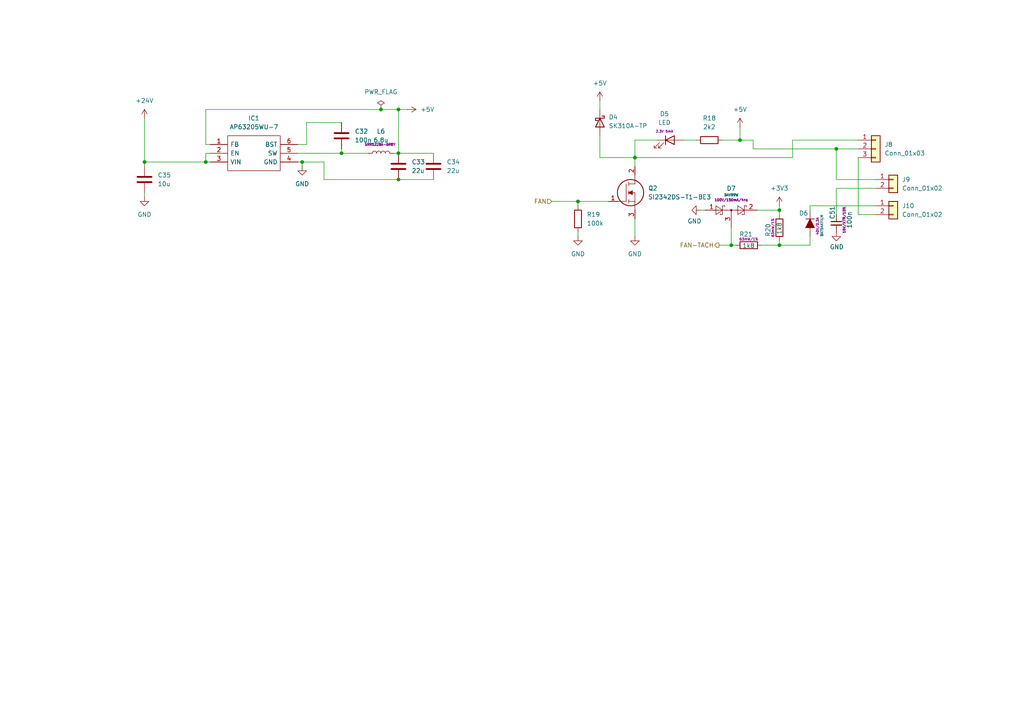
<source format=kicad_sch>
(kicad_sch
	(version 20250114)
	(generator "eeschema")
	(generator_version "9.0")
	(uuid "807cbcb9-dcd7-40f2-8a7a-4fbd4c6b8b7e")
	(paper "A4")
	(lib_symbols
		(symbol "BUDDY_v1.0.0-rescue:D_ALT-Device"
			(pin_numbers
				(hide yes)
			)
			(pin_names
				(offset 1.016)
				(hide yes)
			)
			(exclude_from_sim no)
			(in_bom yes)
			(on_board yes)
			(property "Reference" "D"
				(at 0 2.54 0)
				(effects
					(font
						(size 1.27 1.27)
					)
				)
			)
			(property "Value" "Device:D_ALT"
				(at 0 -2.54 0)
				(effects
					(font
						(size 1.27 1.27)
					)
				)
			)
			(property "Footprint" ""
				(at 0 0 0)
				(effects
					(font
						(size 1.27 1.27)
					)
					(hide yes)
				)
			)
			(property "Datasheet" ""
				(at 0 0 0)
				(effects
					(font
						(size 1.27 1.27)
					)
					(hide yes)
				)
			)
			(property "Description" ""
				(at 0 0 0)
				(effects
					(font
						(size 1.27 1.27)
					)
					(hide yes)
				)
			)
			(property "ki_fp_filters" "TO-???* *_Diode_* *SingleDiode* D_*"
				(at 0 0 0)
				(effects
					(font
						(size 1.27 1.27)
					)
					(hide yes)
				)
			)
			(symbol "D_ALT-Device_0_1"
				(polyline
					(pts
						(xy -1.27 1.27) (xy -1.27 -1.27)
					)
					(stroke
						(width 0.2032)
						(type solid)
					)
					(fill
						(type none)
					)
				)
				(polyline
					(pts
						(xy 1.27 1.27) (xy 1.27 -1.27) (xy -1.27 0) (xy 1.27 1.27)
					)
					(stroke
						(width 0.2032)
						(type solid)
					)
					(fill
						(type outline)
					)
				)
				(polyline
					(pts
						(xy 1.27 0) (xy -1.27 0)
					)
					(stroke
						(width 0)
						(type solid)
					)
					(fill
						(type none)
					)
				)
			)
			(symbol "D_ALT-Device_1_1"
				(pin passive line
					(at -3.81 0 0)
					(length 2.54)
					(name "K"
						(effects
							(font
								(size 1.27 1.27)
							)
						)
					)
					(number "1"
						(effects
							(font
								(size 1.27 1.27)
							)
						)
					)
				)
				(pin passive line
					(at 3.81 0 180)
					(length 2.54)
					(name "A"
						(effects
							(font
								(size 1.27 1.27)
							)
						)
					)
					(number "2"
						(effects
							(font
								(size 1.27 1.27)
							)
						)
					)
				)
			)
			(embedded_fonts no)
		)
		(symbol "BUDDY_v1.0.0-rescue:GND-power"
			(power)
			(pin_names
				(offset 0)
			)
			(exclude_from_sim no)
			(in_bom yes)
			(on_board yes)
			(property "Reference" "#PWR"
				(at 0 -6.35 0)
				(effects
					(font
						(size 1.27 1.27)
					)
					(hide yes)
				)
			)
			(property "Value" "power:GND"
				(at 0 -3.81 0)
				(effects
					(font
						(size 1.27 1.27)
					)
				)
			)
			(property "Footprint" ""
				(at 0 0 0)
				(effects
					(font
						(size 1.27 1.27)
					)
					(hide yes)
				)
			)
			(property "Datasheet" ""
				(at 0 0 0)
				(effects
					(font
						(size 1.27 1.27)
					)
					(hide yes)
				)
			)
			(property "Description" ""
				(at 0 0 0)
				(effects
					(font
						(size 1.27 1.27)
					)
					(hide yes)
				)
			)
			(symbol "GND-power_0_1"
				(polyline
					(pts
						(xy 0 0) (xy 0 -1.27) (xy 1.27 -1.27) (xy 0 -2.54) (xy -1.27 -1.27) (xy 0 -1.27)
					)
					(stroke
						(width 0)
						(type solid)
					)
					(fill
						(type none)
					)
				)
			)
			(symbol "GND-power_1_1"
				(pin power_in line
					(at 0 0 270)
					(length 0)
					(hide yes)
					(name "GND"
						(effects
							(font
								(size 1.27 1.27)
							)
						)
					)
					(number "1"
						(effects
							(font
								(size 1.27 1.27)
							)
						)
					)
				)
			)
			(embedded_fonts no)
		)
		(symbol "Connector_Generic:Conn_01x02"
			(pin_names
				(offset 1.016)
				(hide yes)
			)
			(exclude_from_sim no)
			(in_bom yes)
			(on_board yes)
			(property "Reference" "J"
				(at 0 2.54 0)
				(effects
					(font
						(size 1.27 1.27)
					)
				)
			)
			(property "Value" "Conn_01x02"
				(at 0 -5.08 0)
				(effects
					(font
						(size 1.27 1.27)
					)
				)
			)
			(property "Footprint" ""
				(at 0 0 0)
				(effects
					(font
						(size 1.27 1.27)
					)
					(hide yes)
				)
			)
			(property "Datasheet" "~"
				(at 0 0 0)
				(effects
					(font
						(size 1.27 1.27)
					)
					(hide yes)
				)
			)
			(property "Description" "Generic connector, single row, 01x02, script generated (kicad-library-utils/schlib/autogen/connector/)"
				(at 0 0 0)
				(effects
					(font
						(size 1.27 1.27)
					)
					(hide yes)
				)
			)
			(property "ki_keywords" "connector"
				(at 0 0 0)
				(effects
					(font
						(size 1.27 1.27)
					)
					(hide yes)
				)
			)
			(property "ki_fp_filters" "Connector*:*_1x??_*"
				(at 0 0 0)
				(effects
					(font
						(size 1.27 1.27)
					)
					(hide yes)
				)
			)
			(symbol "Conn_01x02_1_1"
				(rectangle
					(start -1.27 1.27)
					(end 1.27 -3.81)
					(stroke
						(width 0.254)
						(type default)
					)
					(fill
						(type background)
					)
				)
				(rectangle
					(start -1.27 0.127)
					(end 0 -0.127)
					(stroke
						(width 0.1524)
						(type default)
					)
					(fill
						(type none)
					)
				)
				(rectangle
					(start -1.27 -2.413)
					(end 0 -2.667)
					(stroke
						(width 0.1524)
						(type default)
					)
					(fill
						(type none)
					)
				)
				(pin passive line
					(at -5.08 0 0)
					(length 3.81)
					(name "Pin_1"
						(effects
							(font
								(size 1.27 1.27)
							)
						)
					)
					(number "1"
						(effects
							(font
								(size 1.27 1.27)
							)
						)
					)
				)
				(pin passive line
					(at -5.08 -2.54 0)
					(length 3.81)
					(name "Pin_2"
						(effects
							(font
								(size 1.27 1.27)
							)
						)
					)
					(number "2"
						(effects
							(font
								(size 1.27 1.27)
							)
						)
					)
				)
			)
			(embedded_fonts no)
		)
		(symbol "Connector_Generic:Conn_01x03"
			(pin_names
				(offset 1.016)
				(hide yes)
			)
			(exclude_from_sim no)
			(in_bom yes)
			(on_board yes)
			(property "Reference" "J"
				(at 0 5.08 0)
				(effects
					(font
						(size 1.27 1.27)
					)
				)
			)
			(property "Value" "Conn_01x03"
				(at 0 -5.08 0)
				(effects
					(font
						(size 1.27 1.27)
					)
				)
			)
			(property "Footprint" ""
				(at 0 0 0)
				(effects
					(font
						(size 1.27 1.27)
					)
					(hide yes)
				)
			)
			(property "Datasheet" "~"
				(at 0 0 0)
				(effects
					(font
						(size 1.27 1.27)
					)
					(hide yes)
				)
			)
			(property "Description" "Generic connector, single row, 01x03, script generated (kicad-library-utils/schlib/autogen/connector/)"
				(at 0 0 0)
				(effects
					(font
						(size 1.27 1.27)
					)
					(hide yes)
				)
			)
			(property "ki_keywords" "connector"
				(at 0 0 0)
				(effects
					(font
						(size 1.27 1.27)
					)
					(hide yes)
				)
			)
			(property "ki_fp_filters" "Connector*:*_1x??_*"
				(at 0 0 0)
				(effects
					(font
						(size 1.27 1.27)
					)
					(hide yes)
				)
			)
			(symbol "Conn_01x03_1_1"
				(rectangle
					(start -1.27 3.81)
					(end 1.27 -3.81)
					(stroke
						(width 0.254)
						(type default)
					)
					(fill
						(type background)
					)
				)
				(rectangle
					(start -1.27 2.667)
					(end 0 2.413)
					(stroke
						(width 0.1524)
						(type default)
					)
					(fill
						(type none)
					)
				)
				(rectangle
					(start -1.27 0.127)
					(end 0 -0.127)
					(stroke
						(width 0.1524)
						(type default)
					)
					(fill
						(type none)
					)
				)
				(rectangle
					(start -1.27 -2.413)
					(end 0 -2.667)
					(stroke
						(width 0.1524)
						(type default)
					)
					(fill
						(type none)
					)
				)
				(pin passive line
					(at -5.08 2.54 0)
					(length 3.81)
					(name "Pin_1"
						(effects
							(font
								(size 1.27 1.27)
							)
						)
					)
					(number "1"
						(effects
							(font
								(size 1.27 1.27)
							)
						)
					)
				)
				(pin passive line
					(at -5.08 0 0)
					(length 3.81)
					(name "Pin_2"
						(effects
							(font
								(size 1.27 1.27)
							)
						)
					)
					(number "2"
						(effects
							(font
								(size 1.27 1.27)
							)
						)
					)
				)
				(pin passive line
					(at -5.08 -2.54 0)
					(length 3.81)
					(name "Pin_3"
						(effects
							(font
								(size 1.27 1.27)
							)
						)
					)
					(number "3"
						(effects
							(font
								(size 1.27 1.27)
							)
						)
					)
				)
			)
			(embedded_fonts no)
		)
		(symbol "Device:C"
			(pin_numbers
				(hide yes)
			)
			(pin_names
				(offset 0.254)
			)
			(exclude_from_sim no)
			(in_bom yes)
			(on_board yes)
			(property "Reference" "C"
				(at 0.635 2.54 0)
				(effects
					(font
						(size 1.27 1.27)
					)
					(justify left)
				)
			)
			(property "Value" "C"
				(at 0.635 -2.54 0)
				(effects
					(font
						(size 1.27 1.27)
					)
					(justify left)
				)
			)
			(property "Footprint" ""
				(at 0.9652 -3.81 0)
				(effects
					(font
						(size 1.27 1.27)
					)
					(hide yes)
				)
			)
			(property "Datasheet" "~"
				(at 0 0 0)
				(effects
					(font
						(size 1.27 1.27)
					)
					(hide yes)
				)
			)
			(property "Description" "Unpolarized capacitor"
				(at 0 0 0)
				(effects
					(font
						(size 1.27 1.27)
					)
					(hide yes)
				)
			)
			(property "ki_keywords" "cap capacitor"
				(at 0 0 0)
				(effects
					(font
						(size 1.27 1.27)
					)
					(hide yes)
				)
			)
			(property "ki_fp_filters" "C_*"
				(at 0 0 0)
				(effects
					(font
						(size 1.27 1.27)
					)
					(hide yes)
				)
			)
			(symbol "C_0_1"
				(polyline
					(pts
						(xy -2.032 0.762) (xy 2.032 0.762)
					)
					(stroke
						(width 0.508)
						(type default)
					)
					(fill
						(type none)
					)
				)
				(polyline
					(pts
						(xy -2.032 -0.762) (xy 2.032 -0.762)
					)
					(stroke
						(width 0.508)
						(type default)
					)
					(fill
						(type none)
					)
				)
			)
			(symbol "C_1_1"
				(pin passive line
					(at 0 3.81 270)
					(length 2.794)
					(name "~"
						(effects
							(font
								(size 1.27 1.27)
							)
						)
					)
					(number "1"
						(effects
							(font
								(size 1.27 1.27)
							)
						)
					)
				)
				(pin passive line
					(at 0 -3.81 90)
					(length 2.794)
					(name "~"
						(effects
							(font
								(size 1.27 1.27)
							)
						)
					)
					(number "2"
						(effects
							(font
								(size 1.27 1.27)
							)
						)
					)
				)
			)
			(embedded_fonts no)
		)
		(symbol "Device:C_Small"
			(pin_numbers
				(hide yes)
			)
			(pin_names
				(offset 0.254)
				(hide yes)
			)
			(exclude_from_sim no)
			(in_bom yes)
			(on_board yes)
			(property "Reference" "C"
				(at 0.254 1.778 0)
				(effects
					(font
						(size 1.27 1.27)
					)
					(justify left)
				)
			)
			(property "Value" "C_Small"
				(at 0.254 -2.032 0)
				(effects
					(font
						(size 1.27 1.27)
					)
					(justify left)
				)
			)
			(property "Footprint" ""
				(at 0 0 0)
				(effects
					(font
						(size 1.27 1.27)
					)
					(hide yes)
				)
			)
			(property "Datasheet" "~"
				(at 0 0 0)
				(effects
					(font
						(size 1.27 1.27)
					)
					(hide yes)
				)
			)
			(property "Description" "Unpolarized capacitor, small symbol"
				(at 0 0 0)
				(effects
					(font
						(size 1.27 1.27)
					)
					(hide yes)
				)
			)
			(property "ki_keywords" "capacitor cap"
				(at 0 0 0)
				(effects
					(font
						(size 1.27 1.27)
					)
					(hide yes)
				)
			)
			(property "ki_fp_filters" "C_*"
				(at 0 0 0)
				(effects
					(font
						(size 1.27 1.27)
					)
					(hide yes)
				)
			)
			(symbol "C_Small_0_1"
				(polyline
					(pts
						(xy -1.524 0.508) (xy 1.524 0.508)
					)
					(stroke
						(width 0.3048)
						(type default)
					)
					(fill
						(type none)
					)
				)
				(polyline
					(pts
						(xy -1.524 -0.508) (xy 1.524 -0.508)
					)
					(stroke
						(width 0.3302)
						(type default)
					)
					(fill
						(type none)
					)
				)
			)
			(symbol "C_Small_1_1"
				(pin passive line
					(at 0 2.54 270)
					(length 2.032)
					(name "~"
						(effects
							(font
								(size 1.27 1.27)
							)
						)
					)
					(number "1"
						(effects
							(font
								(size 1.27 1.27)
							)
						)
					)
				)
				(pin passive line
					(at 0 -2.54 90)
					(length 2.032)
					(name "~"
						(effects
							(font
								(size 1.27 1.27)
							)
						)
					)
					(number "2"
						(effects
							(font
								(size 1.27 1.27)
							)
						)
					)
				)
			)
			(embedded_fonts no)
		)
		(symbol "Device:D_Schottky"
			(pin_numbers
				(hide yes)
			)
			(pin_names
				(offset 1.016)
				(hide yes)
			)
			(exclude_from_sim no)
			(in_bom yes)
			(on_board yes)
			(property "Reference" "D"
				(at 0 2.54 0)
				(effects
					(font
						(size 1.27 1.27)
					)
				)
			)
			(property "Value" "D_Schottky"
				(at 0 -2.54 0)
				(effects
					(font
						(size 1.27 1.27)
					)
				)
			)
			(property "Footprint" ""
				(at 0 0 0)
				(effects
					(font
						(size 1.27 1.27)
					)
					(hide yes)
				)
			)
			(property "Datasheet" "~"
				(at 0 0 0)
				(effects
					(font
						(size 1.27 1.27)
					)
					(hide yes)
				)
			)
			(property "Description" "Schottky diode"
				(at 0 0 0)
				(effects
					(font
						(size 1.27 1.27)
					)
					(hide yes)
				)
			)
			(property "ki_keywords" "diode Schottky"
				(at 0 0 0)
				(effects
					(font
						(size 1.27 1.27)
					)
					(hide yes)
				)
			)
			(property "ki_fp_filters" "TO-???* *_Diode_* *SingleDiode* D_*"
				(at 0 0 0)
				(effects
					(font
						(size 1.27 1.27)
					)
					(hide yes)
				)
			)
			(symbol "D_Schottky_0_1"
				(polyline
					(pts
						(xy -1.905 0.635) (xy -1.905 1.27) (xy -1.27 1.27) (xy -1.27 -1.27) (xy -0.635 -1.27) (xy -0.635 -0.635)
					)
					(stroke
						(width 0.254)
						(type default)
					)
					(fill
						(type none)
					)
				)
				(polyline
					(pts
						(xy 1.27 1.27) (xy 1.27 -1.27) (xy -1.27 0) (xy 1.27 1.27)
					)
					(stroke
						(width 0.254)
						(type default)
					)
					(fill
						(type none)
					)
				)
				(polyline
					(pts
						(xy 1.27 0) (xy -1.27 0)
					)
					(stroke
						(width 0)
						(type default)
					)
					(fill
						(type none)
					)
				)
			)
			(symbol "D_Schottky_1_1"
				(pin passive line
					(at -3.81 0 0)
					(length 2.54)
					(name "K"
						(effects
							(font
								(size 1.27 1.27)
							)
						)
					)
					(number "1"
						(effects
							(font
								(size 1.27 1.27)
							)
						)
					)
				)
				(pin passive line
					(at 3.81 0 180)
					(length 2.54)
					(name "A"
						(effects
							(font
								(size 1.27 1.27)
							)
						)
					)
					(number "2"
						(effects
							(font
								(size 1.27 1.27)
							)
						)
					)
				)
			)
			(embedded_fonts no)
		)
		(symbol "Device:L"
			(pin_numbers
				(hide yes)
			)
			(pin_names
				(offset 1.016)
				(hide yes)
			)
			(exclude_from_sim no)
			(in_bom yes)
			(on_board yes)
			(property "Reference" "L"
				(at -1.27 0 90)
				(effects
					(font
						(size 1.27 1.27)
					)
				)
			)
			(property "Value" "L"
				(at 1.905 0 90)
				(effects
					(font
						(size 1.27 1.27)
					)
				)
			)
			(property "Footprint" ""
				(at 0 0 0)
				(effects
					(font
						(size 1.27 1.27)
					)
					(hide yes)
				)
			)
			(property "Datasheet" "~"
				(at 0 0 0)
				(effects
					(font
						(size 1.27 1.27)
					)
					(hide yes)
				)
			)
			(property "Description" "Inductor"
				(at 0 0 0)
				(effects
					(font
						(size 1.27 1.27)
					)
					(hide yes)
				)
			)
			(property "ki_keywords" "inductor choke coil reactor magnetic"
				(at 0 0 0)
				(effects
					(font
						(size 1.27 1.27)
					)
					(hide yes)
				)
			)
			(property "ki_fp_filters" "Choke_* *Coil* Inductor_* L_*"
				(at 0 0 0)
				(effects
					(font
						(size 1.27 1.27)
					)
					(hide yes)
				)
			)
			(symbol "L_0_1"
				(arc
					(start 0 2.54)
					(mid 0.6323 1.905)
					(end 0 1.27)
					(stroke
						(width 0)
						(type default)
					)
					(fill
						(type none)
					)
				)
				(arc
					(start 0 1.27)
					(mid 0.6323 0.635)
					(end 0 0)
					(stroke
						(width 0)
						(type default)
					)
					(fill
						(type none)
					)
				)
				(arc
					(start 0 0)
					(mid 0.6323 -0.635)
					(end 0 -1.27)
					(stroke
						(width 0)
						(type default)
					)
					(fill
						(type none)
					)
				)
				(arc
					(start 0 -1.27)
					(mid 0.6323 -1.905)
					(end 0 -2.54)
					(stroke
						(width 0)
						(type default)
					)
					(fill
						(type none)
					)
				)
			)
			(symbol "L_1_1"
				(pin passive line
					(at 0 3.81 270)
					(length 1.27)
					(name "1"
						(effects
							(font
								(size 1.27 1.27)
							)
						)
					)
					(number "1"
						(effects
							(font
								(size 1.27 1.27)
							)
						)
					)
				)
				(pin passive line
					(at 0 -3.81 90)
					(length 1.27)
					(name "2"
						(effects
							(font
								(size 1.27 1.27)
							)
						)
					)
					(number "2"
						(effects
							(font
								(size 1.27 1.27)
							)
						)
					)
				)
			)
			(embedded_fonts no)
		)
		(symbol "Device:LED"
			(pin_numbers
				(hide yes)
			)
			(pin_names
				(offset 1.016)
				(hide yes)
			)
			(exclude_from_sim no)
			(in_bom yes)
			(on_board yes)
			(property "Reference" "D"
				(at 0 2.54 0)
				(effects
					(font
						(size 1.27 1.27)
					)
				)
			)
			(property "Value" "LED"
				(at 0 -2.54 0)
				(effects
					(font
						(size 1.27 1.27)
					)
				)
			)
			(property "Footprint" ""
				(at 0 0 0)
				(effects
					(font
						(size 1.27 1.27)
					)
					(hide yes)
				)
			)
			(property "Datasheet" "~"
				(at 0 0 0)
				(effects
					(font
						(size 1.27 1.27)
					)
					(hide yes)
				)
			)
			(property "Description" "Light emitting diode"
				(at 0 0 0)
				(effects
					(font
						(size 1.27 1.27)
					)
					(hide yes)
				)
			)
			(property "Sim.Pins" "1=K 2=A"
				(at 0 0 0)
				(effects
					(font
						(size 1.27 1.27)
					)
					(hide yes)
				)
			)
			(property "ki_keywords" "LED diode"
				(at 0 0 0)
				(effects
					(font
						(size 1.27 1.27)
					)
					(hide yes)
				)
			)
			(property "ki_fp_filters" "LED* LED_SMD:* LED_THT:*"
				(at 0 0 0)
				(effects
					(font
						(size 1.27 1.27)
					)
					(hide yes)
				)
			)
			(symbol "LED_0_1"
				(polyline
					(pts
						(xy -3.048 -0.762) (xy -4.572 -2.286) (xy -3.81 -2.286) (xy -4.572 -2.286) (xy -4.572 -1.524)
					)
					(stroke
						(width 0)
						(type default)
					)
					(fill
						(type none)
					)
				)
				(polyline
					(pts
						(xy -1.778 -0.762) (xy -3.302 -2.286) (xy -2.54 -2.286) (xy -3.302 -2.286) (xy -3.302 -1.524)
					)
					(stroke
						(width 0)
						(type default)
					)
					(fill
						(type none)
					)
				)
				(polyline
					(pts
						(xy -1.27 0) (xy 1.27 0)
					)
					(stroke
						(width 0)
						(type default)
					)
					(fill
						(type none)
					)
				)
				(polyline
					(pts
						(xy -1.27 -1.27) (xy -1.27 1.27)
					)
					(stroke
						(width 0.254)
						(type default)
					)
					(fill
						(type none)
					)
				)
				(polyline
					(pts
						(xy 1.27 -1.27) (xy 1.27 1.27) (xy -1.27 0) (xy 1.27 -1.27)
					)
					(stroke
						(width 0.254)
						(type default)
					)
					(fill
						(type none)
					)
				)
			)
			(symbol "LED_1_1"
				(pin passive line
					(at -3.81 0 0)
					(length 2.54)
					(name "K"
						(effects
							(font
								(size 1.27 1.27)
							)
						)
					)
					(number "1"
						(effects
							(font
								(size 1.27 1.27)
							)
						)
					)
				)
				(pin passive line
					(at 3.81 0 180)
					(length 2.54)
					(name "A"
						(effects
							(font
								(size 1.27 1.27)
							)
						)
					)
					(number "2"
						(effects
							(font
								(size 1.27 1.27)
							)
						)
					)
				)
			)
			(embedded_fonts no)
		)
		(symbol "Device:R"
			(pin_numbers
				(hide yes)
			)
			(pin_names
				(offset 0)
			)
			(exclude_from_sim no)
			(in_bom yes)
			(on_board yes)
			(property "Reference" "R"
				(at 2.032 0 90)
				(effects
					(font
						(size 1.27 1.27)
					)
				)
			)
			(property "Value" "R"
				(at 0 0 90)
				(effects
					(font
						(size 1.27 1.27)
					)
				)
			)
			(property "Footprint" ""
				(at -1.778 0 90)
				(effects
					(font
						(size 1.27 1.27)
					)
					(hide yes)
				)
			)
			(property "Datasheet" "~"
				(at 0 0 0)
				(effects
					(font
						(size 1.27 1.27)
					)
					(hide yes)
				)
			)
			(property "Description" "Resistor"
				(at 0 0 0)
				(effects
					(font
						(size 1.27 1.27)
					)
					(hide yes)
				)
			)
			(property "ki_keywords" "R res resistor"
				(at 0 0 0)
				(effects
					(font
						(size 1.27 1.27)
					)
					(hide yes)
				)
			)
			(property "ki_fp_filters" "R_*"
				(at 0 0 0)
				(effects
					(font
						(size 1.27 1.27)
					)
					(hide yes)
				)
			)
			(symbol "R_0_1"
				(rectangle
					(start -1.016 -2.54)
					(end 1.016 2.54)
					(stroke
						(width 0.254)
						(type default)
					)
					(fill
						(type none)
					)
				)
			)
			(symbol "R_1_1"
				(pin passive line
					(at 0 3.81 270)
					(length 1.27)
					(name "~"
						(effects
							(font
								(size 1.27 1.27)
							)
						)
					)
					(number "1"
						(effects
							(font
								(size 1.27 1.27)
							)
						)
					)
				)
				(pin passive line
					(at 0 -3.81 90)
					(length 1.27)
					(name "~"
						(effects
							(font
								(size 1.27 1.27)
							)
						)
					)
					(number "2"
						(effects
							(font
								(size 1.27 1.27)
							)
						)
					)
				)
			)
			(embedded_fonts no)
		)
		(symbol "Diode:BAS40-04"
			(pin_names
				(offset 1.016)
			)
			(exclude_from_sim no)
			(in_bom yes)
			(on_board yes)
			(property "Reference" "D"
				(at 0.635 -1.27 0)
				(effects
					(font
						(size 1.27 1.27)
					)
					(justify left)
				)
			)
			(property "Value" "BAS40-04"
				(at -6.35 5.715 0)
				(effects
					(font
						(size 1.27 1.27)
					)
					(justify left)
				)
			)
			(property "Footprint" "Package_TO_SOT_SMD:SOT-23"
				(at -6.35 7.62 0)
				(effects
					(font
						(size 1.27 1.27)
					)
					(justify left)
					(hide yes)
				)
			)
			(property "Datasheet" "http://www.vishay.com/docs/85701/bas40v.pdf"
				(at -3.048 2.54 0)
				(effects
					(font
						(size 1.27 1.27)
					)
					(hide yes)
				)
			)
			(property "Description" "40V 0.2A Dual Small Signal Schottky Diodes"
				(at 0 0 0)
				(effects
					(font
						(size 1.27 1.27)
					)
					(hide yes)
				)
			)
			(property "ki_keywords" "Schottky, Diode"
				(at 0 0 0)
				(effects
					(font
						(size 1.27 1.27)
					)
					(hide yes)
				)
			)
			(property "ki_fp_filters" "SOT?23*"
				(at 0 0 0)
				(effects
					(font
						(size 1.27 1.27)
					)
					(hide yes)
				)
			)
			(symbol "BAS40-04_0_1"
				(polyline
					(pts
						(xy -4.445 3.81) (xy -4.445 1.27) (xy -2.54 2.54) (xy -4.445 3.81)
					)
					(stroke
						(width 0)
						(type default)
					)
					(fill
						(type none)
					)
				)
				(polyline
					(pts
						(xy -3.81 2.54) (xy -1.27 2.54)
					)
					(stroke
						(width 0)
						(type default)
					)
					(fill
						(type none)
					)
				)
				(polyline
					(pts
						(xy -3.175 1.27) (xy -3.175 1.524)
					)
					(stroke
						(width 0)
						(type default)
					)
					(fill
						(type none)
					)
				)
				(polyline
					(pts
						(xy -2.54 3.81) (xy -1.905 3.81)
					)
					(stroke
						(width 0)
						(type default)
					)
					(fill
						(type none)
					)
				)
				(polyline
					(pts
						(xy -2.54 1.27) (xy -3.175 1.27)
					)
					(stroke
						(width 0)
						(type default)
					)
					(fill
						(type none)
					)
				)
				(polyline
					(pts
						(xy -2.54 1.27) (xy -2.54 3.81)
					)
					(stroke
						(width 0)
						(type default)
					)
					(fill
						(type none)
					)
				)
				(polyline
					(pts
						(xy -1.905 3.81) (xy -1.905 3.556)
					)
					(stroke
						(width 0)
						(type default)
					)
					(fill
						(type none)
					)
				)
				(polyline
					(pts
						(xy -1.905 2.54) (xy 1.905 2.54)
					)
					(stroke
						(width 0)
						(type default)
					)
					(fill
						(type none)
					)
				)
				(circle
					(center 0 2.54)
					(radius 0.254)
					(stroke
						(width 0)
						(type default)
					)
					(fill
						(type outline)
					)
				)
				(polyline
					(pts
						(xy 1.27 2.54) (xy 3.81 2.54)
					)
					(stroke
						(width 0)
						(type default)
					)
					(fill
						(type none)
					)
				)
				(polyline
					(pts
						(xy 1.905 3.81) (xy 1.905 1.27) (xy 3.81 2.54) (xy 1.905 3.81)
					)
					(stroke
						(width 0)
						(type default)
					)
					(fill
						(type none)
					)
				)
				(polyline
					(pts
						(xy 3.175 1.27) (xy 3.175 1.524)
					)
					(stroke
						(width 0)
						(type default)
					)
					(fill
						(type none)
					)
				)
				(polyline
					(pts
						(xy 3.81 3.81) (xy 4.445 3.81)
					)
					(stroke
						(width 0)
						(type default)
					)
					(fill
						(type none)
					)
				)
				(polyline
					(pts
						(xy 3.81 1.27) (xy 3.175 1.27)
					)
					(stroke
						(width 0)
						(type default)
					)
					(fill
						(type none)
					)
				)
				(polyline
					(pts
						(xy 3.81 1.27) (xy 3.81 3.81)
					)
					(stroke
						(width 0)
						(type default)
					)
					(fill
						(type none)
					)
				)
				(polyline
					(pts
						(xy 4.445 3.81) (xy 4.445 3.556)
					)
					(stroke
						(width 0)
						(type default)
					)
					(fill
						(type none)
					)
				)
			)
			(symbol "BAS40-04_1_1"
				(pin passive line
					(at -7.62 2.54 0)
					(length 3.81)
					(name "~"
						(effects
							(font
								(size 1.27 1.27)
							)
						)
					)
					(number "1"
						(effects
							(font
								(size 1.27 1.27)
							)
						)
					)
				)
				(pin passive line
					(at 0 -2.54 90)
					(length 5.08)
					(name "~"
						(effects
							(font
								(size 1.27 1.27)
							)
						)
					)
					(number "3"
						(effects
							(font
								(size 1.27 1.27)
							)
						)
					)
				)
				(pin passive line
					(at 7.62 2.54 180)
					(length 3.81)
					(name "~"
						(effects
							(font
								(size 1.27 1.27)
							)
						)
					)
					(number "2"
						(effects
							(font
								(size 1.27 1.27)
							)
						)
					)
				)
			)
			(embedded_fonts no)
		)
		(symbol "SamacSys_Parts:AP63205WU-7"
			(pin_names
				(offset 0.762)
			)
			(exclude_from_sim no)
			(in_bom yes)
			(on_board yes)
			(property "Reference" "IC"
				(at 21.59 7.62 0)
				(effects
					(font
						(size 1.27 1.27)
					)
					(justify left)
				)
			)
			(property "Value" "AP63205WU-7"
				(at 21.59 5.08 0)
				(effects
					(font
						(size 1.27 1.27)
					)
					(justify left)
				)
			)
			(property "Footprint" "AP63205WU7"
				(at 21.59 2.54 0)
				(effects
					(font
						(size 1.27 1.27)
					)
					(justify left)
					(hide yes)
				)
			)
			(property "Datasheet" "https://www.diodes.com//assets/Datasheets/AP63200-AP63201-AP63203-AP63205.pdf"
				(at 21.59 0 0)
				(effects
					(font
						(size 1.27 1.27)
					)
					(justify left)
					(hide yes)
				)
			)
			(property "Description" "Buck Switching Regulator IC Positive Fixed 5V 1 Output 2A SOT-23-6 Thin, TSOT-23-6"
				(at 0 0 0)
				(effects
					(font
						(size 1.27 1.27)
					)
					(hide yes)
				)
			)
			(property "Description_1" "Buck Switching Regulator IC Positive Fixed 5V 1 Output 2A SOT-23-6 Thin, TSOT-23-6 "
				(at 21.59 -2.54 0)
				(effects
					(font
						(size 1.27 1.27)
					)
					(justify left)
					(hide yes)
				)
			)
			(property "Height" "1"
				(at 21.59 -5.08 0)
				(effects
					(font
						(size 1.27 1.27)
					)
					(justify left)
					(hide yes)
				)
			)
			(property "Mouser Part Number" "621-AP63205WU-7"
				(at 21.59 -7.62 0)
				(effects
					(font
						(size 1.27 1.27)
					)
					(justify left)
					(hide yes)
				)
			)
			(property "Mouser Price/Stock" "https://www.mouser.co.uk/ProductDetail/Diodes-Incorporated/AP63205WU-7?qs=u16ybLDytRZtkj8PzdWCOw%3D%3D"
				(at 21.59 -10.16 0)
				(effects
					(font
						(size 1.27 1.27)
					)
					(justify left)
					(hide yes)
				)
			)
			(property "Manufacturer_Name" "Diodes Incorporated"
				(at 21.59 -12.7 0)
				(effects
					(font
						(size 1.27 1.27)
					)
					(justify left)
					(hide yes)
				)
			)
			(property "Manufacturer_Part_Number" "AP63205WU-7"
				(at 21.59 -15.24 0)
				(effects
					(font
						(size 1.27 1.27)
					)
					(justify left)
					(hide yes)
				)
			)
			(symbol "AP63205WU-7_0_0"
				(pin passive line
					(at 0 0 0)
					(length 5.08)
					(name "FB"
						(effects
							(font
								(size 1.27 1.27)
							)
						)
					)
					(number "1"
						(effects
							(font
								(size 1.27 1.27)
							)
						)
					)
				)
				(pin passive line
					(at 0 -2.54 0)
					(length 5.08)
					(name "EN"
						(effects
							(font
								(size 1.27 1.27)
							)
						)
					)
					(number "2"
						(effects
							(font
								(size 1.27 1.27)
							)
						)
					)
				)
				(pin passive line
					(at 0 -5.08 0)
					(length 5.08)
					(name "VIN"
						(effects
							(font
								(size 1.27 1.27)
							)
						)
					)
					(number "3"
						(effects
							(font
								(size 1.27 1.27)
							)
						)
					)
				)
				(pin passive line
					(at 25.4 0 180)
					(length 5.08)
					(name "BST"
						(effects
							(font
								(size 1.27 1.27)
							)
						)
					)
					(number "6"
						(effects
							(font
								(size 1.27 1.27)
							)
						)
					)
				)
				(pin passive line
					(at 25.4 -2.54 180)
					(length 5.08)
					(name "SW"
						(effects
							(font
								(size 1.27 1.27)
							)
						)
					)
					(number "5"
						(effects
							(font
								(size 1.27 1.27)
							)
						)
					)
				)
				(pin passive line
					(at 25.4 -5.08 180)
					(length 5.08)
					(name "GND"
						(effects
							(font
								(size 1.27 1.27)
							)
						)
					)
					(number "4"
						(effects
							(font
								(size 1.27 1.27)
							)
						)
					)
				)
			)
			(symbol "AP63205WU-7_0_1"
				(polyline
					(pts
						(xy 5.08 2.54) (xy 20.32 2.54) (xy 20.32 -7.62) (xy 5.08 -7.62) (xy 5.08 2.54)
					)
					(stroke
						(width 0.1524)
						(type solid)
					)
					(fill
						(type none)
					)
				)
			)
			(embedded_fonts no)
		)
		(symbol "SamacSys_Parts:IRLZ34NPBF"
			(pin_names
				(offset 0.762)
			)
			(exclude_from_sim no)
			(in_bom yes)
			(on_board yes)
			(property "Reference" "Q"
				(at 11.43 3.81 0)
				(effects
					(font
						(size 1.27 1.27)
					)
					(justify left)
				)
			)
			(property "Value" "IRLZ34NPBF"
				(at 11.43 1.27 0)
				(effects
					(font
						(size 1.27 1.27)
					)
					(justify left)
				)
			)
			(property "Footprint" "TO254P469X1042X1967-3P"
				(at 11.43 -1.27 0)
				(effects
					(font
						(size 1.27 1.27)
					)
					(justify left)
					(hide yes)
				)
			)
			(property "Datasheet" "https://componentsearchengine.com/Datasheets/2/IRLZ34NPBF.pdf"
				(at 11.43 -3.81 0)
				(effects
					(font
						(size 1.27 1.27)
					)
					(justify left)
					(hide yes)
				)
			)
			(property "Description" "IRLZ34NPBF N-Channel MOSFET, 30 A, 55 V HEXFET, 3-Pin TO-220AB Infineon"
				(at 0 0 0)
				(effects
					(font
						(size 1.27 1.27)
					)
					(hide yes)
				)
			)
			(property "Description_1" "IRLZ34NPBF N-Channel MOSFET, 30 A, 55 V HEXFET, 3-Pin TO-220AB Infineon"
				(at 11.43 -6.35 0)
				(effects
					(font
						(size 1.27 1.27)
					)
					(justify left)
					(hide yes)
				)
			)
			(property "Height" "4.69"
				(at 11.43 -8.89 0)
				(effects
					(font
						(size 1.27 1.27)
					)
					(justify left)
					(hide yes)
				)
			)
			(property "Mouser Part Number" "942-IRLZ34NPBF"
				(at 11.43 -11.43 0)
				(effects
					(font
						(size 1.27 1.27)
					)
					(justify left)
					(hide yes)
				)
			)
			(property "Mouser Price/Stock" "https://www.mouser.co.uk/ProductDetail/Infineon-Technologies/IRLZ34NPBF?qs=9%252BKlkBgLFf2QcbVnu%252BS1ZA%3D%3D"
				(at 11.43 -13.97 0)
				(effects
					(font
						(size 1.27 1.27)
					)
					(justify left)
					(hide yes)
				)
			)
			(property "Manufacturer_Name" "Infineon"
				(at 11.43 -16.51 0)
				(effects
					(font
						(size 1.27 1.27)
					)
					(justify left)
					(hide yes)
				)
			)
			(property "Manufacturer_Part_Number" "IRLZ34NPBF"
				(at 11.43 -19.05 0)
				(effects
					(font
						(size 1.27 1.27)
					)
					(justify left)
					(hide yes)
				)
			)
			(symbol "IRLZ34NPBF_0_0"
				(pin passive line
					(at 0 0 0)
					(length 2.54)
					(name "~"
						(effects
							(font
								(size 1.27 1.27)
							)
						)
					)
					(number "1"
						(effects
							(font
								(size 1.27 1.27)
							)
						)
					)
				)
				(pin passive line
					(at 7.62 10.16 270)
					(length 2.54)
					(name "~"
						(effects
							(font
								(size 1.27 1.27)
							)
						)
					)
					(number "2"
						(effects
							(font
								(size 1.27 1.27)
							)
						)
					)
				)
				(pin passive line
					(at 7.62 -5.08 90)
					(length 2.54)
					(name "~"
						(effects
							(font
								(size 1.27 1.27)
							)
						)
					)
					(number "3"
						(effects
							(font
								(size 1.27 1.27)
							)
						)
					)
				)
			)
			(symbol "IRLZ34NPBF_0_1"
				(polyline
					(pts
						(xy 2.54 0) (xy 5.08 0) (xy 5.08 5.08)
					)
					(stroke
						(width 0.1524)
						(type solid)
					)
					(fill
						(type none)
					)
				)
				(polyline
					(pts
						(xy 5.842 5.588) (xy 5.842 4.572)
					)
					(stroke
						(width 0.1524)
						(type solid)
					)
					(fill
						(type none)
					)
				)
				(polyline
					(pts
						(xy 5.842 2.54) (xy 6.858 3.048) (xy 6.858 2.032) (xy 5.842 2.54)
					)
					(stroke
						(width 0.254)
						(type solid)
					)
					(fill
						(type outline)
					)
				)
				(polyline
					(pts
						(xy 5.842 2.032) (xy 5.842 3.048)
					)
					(stroke
						(width 0.1524)
						(type solid)
					)
					(fill
						(type none)
					)
				)
				(polyline
					(pts
						(xy 5.842 0) (xy 7.62 0)
					)
					(stroke
						(width 0.1524)
						(type solid)
					)
					(fill
						(type none)
					)
				)
				(polyline
					(pts
						(xy 5.842 -0.508) (xy 5.842 0.508)
					)
					(stroke
						(width 0.1524)
						(type solid)
					)
					(fill
						(type none)
					)
				)
				(circle
					(center 6.35 2.54)
					(radius 3.81)
					(stroke
						(width 0.254)
						(type solid)
					)
					(fill
						(type none)
					)
				)
				(polyline
					(pts
						(xy 7.62 5.08) (xy 5.842 5.08)
					)
					(stroke
						(width 0.1524)
						(type solid)
					)
					(fill
						(type none)
					)
				)
				(polyline
					(pts
						(xy 7.62 5.08) (xy 7.62 7.62)
					)
					(stroke
						(width 0.1524)
						(type solid)
					)
					(fill
						(type none)
					)
				)
				(polyline
					(pts
						(xy 7.62 2.54) (xy 5.842 2.54)
					)
					(stroke
						(width 0.1524)
						(type solid)
					)
					(fill
						(type none)
					)
				)
				(polyline
					(pts
						(xy 7.62 2.54) (xy 7.62 -2.54)
					)
					(stroke
						(width 0.1524)
						(type solid)
					)
					(fill
						(type none)
					)
				)
			)
			(embedded_fonts no)
		)
		(symbol "power:+24V"
			(power)
			(pin_numbers
				(hide yes)
			)
			(pin_names
				(offset 0)
				(hide yes)
			)
			(exclude_from_sim no)
			(in_bom yes)
			(on_board yes)
			(property "Reference" "#PWR"
				(at 0 -3.81 0)
				(effects
					(font
						(size 1.27 1.27)
					)
					(hide yes)
				)
			)
			(property "Value" "+24V"
				(at 0 3.556 0)
				(effects
					(font
						(size 1.27 1.27)
					)
				)
			)
			(property "Footprint" ""
				(at 0 0 0)
				(effects
					(font
						(size 1.27 1.27)
					)
					(hide yes)
				)
			)
			(property "Datasheet" ""
				(at 0 0 0)
				(effects
					(font
						(size 1.27 1.27)
					)
					(hide yes)
				)
			)
			(property "Description" "Power symbol creates a global label with name \"+24V\""
				(at 0 0 0)
				(effects
					(font
						(size 1.27 1.27)
					)
					(hide yes)
				)
			)
			(property "ki_keywords" "global power"
				(at 0 0 0)
				(effects
					(font
						(size 1.27 1.27)
					)
					(hide yes)
				)
			)
			(symbol "+24V_0_1"
				(polyline
					(pts
						(xy -0.762 1.27) (xy 0 2.54)
					)
					(stroke
						(width 0)
						(type default)
					)
					(fill
						(type none)
					)
				)
				(polyline
					(pts
						(xy 0 2.54) (xy 0.762 1.27)
					)
					(stroke
						(width 0)
						(type default)
					)
					(fill
						(type none)
					)
				)
				(polyline
					(pts
						(xy 0 0) (xy 0 2.54)
					)
					(stroke
						(width 0)
						(type default)
					)
					(fill
						(type none)
					)
				)
			)
			(symbol "+24V_1_1"
				(pin power_in line
					(at 0 0 90)
					(length 0)
					(name "~"
						(effects
							(font
								(size 1.27 1.27)
							)
						)
					)
					(number "1"
						(effects
							(font
								(size 1.27 1.27)
							)
						)
					)
				)
			)
			(embedded_fonts no)
		)
		(symbol "power:+3V3"
			(power)
			(pin_numbers
				(hide yes)
			)
			(pin_names
				(offset 0)
				(hide yes)
			)
			(exclude_from_sim no)
			(in_bom yes)
			(on_board yes)
			(property "Reference" "#PWR"
				(at 0 -3.81 0)
				(effects
					(font
						(size 1.27 1.27)
					)
					(hide yes)
				)
			)
			(property "Value" "+3V3"
				(at 0 3.556 0)
				(effects
					(font
						(size 1.27 1.27)
					)
				)
			)
			(property "Footprint" ""
				(at 0 0 0)
				(effects
					(font
						(size 1.27 1.27)
					)
					(hide yes)
				)
			)
			(property "Datasheet" ""
				(at 0 0 0)
				(effects
					(font
						(size 1.27 1.27)
					)
					(hide yes)
				)
			)
			(property "Description" "Power symbol creates a global label with name \"+3V3\""
				(at 0 0 0)
				(effects
					(font
						(size 1.27 1.27)
					)
					(hide yes)
				)
			)
			(property "ki_keywords" "global power"
				(at 0 0 0)
				(effects
					(font
						(size 1.27 1.27)
					)
					(hide yes)
				)
			)
			(symbol "+3V3_0_1"
				(polyline
					(pts
						(xy -0.762 1.27) (xy 0 2.54)
					)
					(stroke
						(width 0)
						(type default)
					)
					(fill
						(type none)
					)
				)
				(polyline
					(pts
						(xy 0 2.54) (xy 0.762 1.27)
					)
					(stroke
						(width 0)
						(type default)
					)
					(fill
						(type none)
					)
				)
				(polyline
					(pts
						(xy 0 0) (xy 0 2.54)
					)
					(stroke
						(width 0)
						(type default)
					)
					(fill
						(type none)
					)
				)
			)
			(symbol "+3V3_1_1"
				(pin power_in line
					(at 0 0 90)
					(length 0)
					(name "~"
						(effects
							(font
								(size 1.27 1.27)
							)
						)
					)
					(number "1"
						(effects
							(font
								(size 1.27 1.27)
							)
						)
					)
				)
			)
			(embedded_fonts no)
		)
		(symbol "power:+5V"
			(power)
			(pin_numbers
				(hide yes)
			)
			(pin_names
				(offset 0)
				(hide yes)
			)
			(exclude_from_sim no)
			(in_bom yes)
			(on_board yes)
			(property "Reference" "#PWR"
				(at 0 -3.81 0)
				(effects
					(font
						(size 1.27 1.27)
					)
					(hide yes)
				)
			)
			(property "Value" "+5V"
				(at 0 3.556 0)
				(effects
					(font
						(size 1.27 1.27)
					)
				)
			)
			(property "Footprint" ""
				(at 0 0 0)
				(effects
					(font
						(size 1.27 1.27)
					)
					(hide yes)
				)
			)
			(property "Datasheet" ""
				(at 0 0 0)
				(effects
					(font
						(size 1.27 1.27)
					)
					(hide yes)
				)
			)
			(property "Description" "Power symbol creates a global label with name \"+5V\""
				(at 0 0 0)
				(effects
					(font
						(size 1.27 1.27)
					)
					(hide yes)
				)
			)
			(property "ki_keywords" "global power"
				(at 0 0 0)
				(effects
					(font
						(size 1.27 1.27)
					)
					(hide yes)
				)
			)
			(symbol "+5V_0_1"
				(polyline
					(pts
						(xy -0.762 1.27) (xy 0 2.54)
					)
					(stroke
						(width 0)
						(type default)
					)
					(fill
						(type none)
					)
				)
				(polyline
					(pts
						(xy 0 2.54) (xy 0.762 1.27)
					)
					(stroke
						(width 0)
						(type default)
					)
					(fill
						(type none)
					)
				)
				(polyline
					(pts
						(xy 0 0) (xy 0 2.54)
					)
					(stroke
						(width 0)
						(type default)
					)
					(fill
						(type none)
					)
				)
			)
			(symbol "+5V_1_1"
				(pin power_in line
					(at 0 0 90)
					(length 0)
					(name "~"
						(effects
							(font
								(size 1.27 1.27)
							)
						)
					)
					(number "1"
						(effects
							(font
								(size 1.27 1.27)
							)
						)
					)
				)
			)
			(embedded_fonts no)
		)
		(symbol "power:GND"
			(power)
			(pin_numbers
				(hide yes)
			)
			(pin_names
				(offset 0)
				(hide yes)
			)
			(exclude_from_sim no)
			(in_bom yes)
			(on_board yes)
			(property "Reference" "#PWR"
				(at 0 -6.35 0)
				(effects
					(font
						(size 1.27 1.27)
					)
					(hide yes)
				)
			)
			(property "Value" "GND"
				(at 0 -3.81 0)
				(effects
					(font
						(size 1.27 1.27)
					)
				)
			)
			(property "Footprint" ""
				(at 0 0 0)
				(effects
					(font
						(size 1.27 1.27)
					)
					(hide yes)
				)
			)
			(property "Datasheet" ""
				(at 0 0 0)
				(effects
					(font
						(size 1.27 1.27)
					)
					(hide yes)
				)
			)
			(property "Description" "Power symbol creates a global label with name \"GND\" , ground"
				(at 0 0 0)
				(effects
					(font
						(size 1.27 1.27)
					)
					(hide yes)
				)
			)
			(property "ki_keywords" "global power"
				(at 0 0 0)
				(effects
					(font
						(size 1.27 1.27)
					)
					(hide yes)
				)
			)
			(symbol "GND_0_1"
				(polyline
					(pts
						(xy 0 0) (xy 0 -1.27) (xy 1.27 -1.27) (xy 0 -2.54) (xy -1.27 -1.27) (xy 0 -1.27)
					)
					(stroke
						(width 0)
						(type default)
					)
					(fill
						(type none)
					)
				)
			)
			(symbol "GND_1_1"
				(pin power_in line
					(at 0 0 270)
					(length 0)
					(name "~"
						(effects
							(font
								(size 1.27 1.27)
							)
						)
					)
					(number "1"
						(effects
							(font
								(size 1.27 1.27)
							)
						)
					)
				)
			)
			(embedded_fonts no)
		)
		(symbol "power:PWR_FLAG"
			(power)
			(pin_numbers
				(hide yes)
			)
			(pin_names
				(offset 0)
				(hide yes)
			)
			(exclude_from_sim no)
			(in_bom yes)
			(on_board yes)
			(property "Reference" "#FLG"
				(at 0 1.905 0)
				(effects
					(font
						(size 1.27 1.27)
					)
					(hide yes)
				)
			)
			(property "Value" "PWR_FLAG"
				(at 0 3.81 0)
				(effects
					(font
						(size 1.27 1.27)
					)
				)
			)
			(property "Footprint" ""
				(at 0 0 0)
				(effects
					(font
						(size 1.27 1.27)
					)
					(hide yes)
				)
			)
			(property "Datasheet" "~"
				(at 0 0 0)
				(effects
					(font
						(size 1.27 1.27)
					)
					(hide yes)
				)
			)
			(property "Description" "Special symbol for telling ERC where power comes from"
				(at 0 0 0)
				(effects
					(font
						(size 1.27 1.27)
					)
					(hide yes)
				)
			)
			(property "ki_keywords" "flag power"
				(at 0 0 0)
				(effects
					(font
						(size 1.27 1.27)
					)
					(hide yes)
				)
			)
			(symbol "PWR_FLAG_0_0"
				(pin power_out line
					(at 0 0 90)
					(length 0)
					(name "~"
						(effects
							(font
								(size 1.27 1.27)
							)
						)
					)
					(number "1"
						(effects
							(font
								(size 1.27 1.27)
							)
						)
					)
				)
			)
			(symbol "PWR_FLAG_0_1"
				(polyline
					(pts
						(xy 0 0) (xy 0 1.27) (xy -1.016 1.905) (xy 0 2.54) (xy 1.016 1.905) (xy 0 1.27)
					)
					(stroke
						(width 0)
						(type default)
					)
					(fill
						(type none)
					)
				)
			)
			(embedded_fonts no)
		)
	)
	(junction
		(at 226.06 60.96)
		(diameter 0)
		(color 0 0 0 0)
		(uuid "0af00d50-c3cc-47ea-b712-c1d2a4aaa0dc")
	)
	(junction
		(at 110.49 31.75)
		(diameter 0)
		(color 0 0 0 0)
		(uuid "0b86a06f-1c84-49be-a6a3-afbf2b4bd57a")
	)
	(junction
		(at 59.69 46.99)
		(diameter 0)
		(color 0 0 0 0)
		(uuid "1734bf47-a7fb-41b8-93b7-56eb5298cd3d")
	)
	(junction
		(at 115.57 31.75)
		(diameter 0)
		(color 0 0 0 0)
		(uuid "1c539b99-edf0-42ac-b5b3-2fe568f35bce")
	)
	(junction
		(at 87.63 46.99)
		(diameter 0)
		(color 0 0 0 0)
		(uuid "2b2db5e2-01af-4e52-b7ef-8b8dd6e93cae")
	)
	(junction
		(at 184.15 45.72)
		(diameter 0)
		(color 0 0 0 0)
		(uuid "31dabc79-03ba-4488-a381-9fbdd4dc8efa")
	)
	(junction
		(at 226.06 71.12)
		(diameter 0)
		(color 0 0 0 0)
		(uuid "38ed56ed-449e-48cc-b2bc-b3247ea634c0")
	)
	(junction
		(at 99.06 44.45)
		(diameter 0)
		(color 0 0 0 0)
		(uuid "4a5812bd-ad10-4c2f-82d2-42807e13df16")
	)
	(junction
		(at 115.57 52.07)
		(diameter 0)
		(color 0 0 0 0)
		(uuid "4d7b2a23-4492-41e6-809b-9bebfb40c9d9")
	)
	(junction
		(at 41.91 46.99)
		(diameter 0)
		(color 0 0 0 0)
		(uuid "73c3a757-6eef-46bf-b895-7d361c02b2e5")
	)
	(junction
		(at 167.64 58.42)
		(diameter 0)
		(color 0 0 0 0)
		(uuid "988cb9bb-568e-4794-821b-e8c6c6b3fe3f")
	)
	(junction
		(at 115.57 44.45)
		(diameter 0)
		(color 0 0 0 0)
		(uuid "b2375c7d-b7e6-47f7-a904-b7f59827517f")
	)
	(junction
		(at 214.63 40.64)
		(diameter 0)
		(color 0 0 0 0)
		(uuid "c77e682e-86b6-4ea2-8302-ceedb54e6fb4")
	)
	(junction
		(at 242.57 43.18)
		(diameter 0)
		(color 0 0 0 0)
		(uuid "dc826063-3e20-4e2b-8780-6fc14e840005")
	)
	(junction
		(at 212.09 71.12)
		(diameter 0)
		(color 0 0 0 0)
		(uuid "efa2ef7b-4602-4765-b32b-38b0db04b05b")
	)
	(wire
		(pts
			(xy 218.44 40.64) (xy 218.44 43.18)
		)
		(stroke
			(width 0)
			(type default)
		)
		(uuid "08417d8b-bd61-49f0-924a-0b206d9b3b28")
	)
	(wire
		(pts
			(xy 204.47 60.96) (xy 203.2 60.96)
		)
		(stroke
			(width 0)
			(type default)
		)
		(uuid "12571ee1-a35c-4f04-a930-422e53d2a42d")
	)
	(wire
		(pts
			(xy 114.3 44.45) (xy 115.57 44.45)
		)
		(stroke
			(width 0)
			(type default)
		)
		(uuid "1ffb8925-8741-476a-992a-340841f50491")
	)
	(wire
		(pts
			(xy 218.44 43.18) (xy 242.57 43.18)
		)
		(stroke
			(width 0)
			(type default)
		)
		(uuid "245810dd-bc93-4df2-b1a6-431c1a7818a2")
	)
	(wire
		(pts
			(xy 234.95 68.58) (xy 234.95 71.12)
		)
		(stroke
			(width 0)
			(type default)
		)
		(uuid "25bbee20-3d8c-4c06-87ac-1064a0d1fa63")
	)
	(wire
		(pts
			(xy 88.9 41.91) (xy 88.9 35.56)
		)
		(stroke
			(width 0)
			(type default)
		)
		(uuid "2661adc8-137c-4333-aa71-aba08caa1a0b")
	)
	(wire
		(pts
			(xy 213.36 71.12) (xy 212.09 71.12)
		)
		(stroke
			(width 0)
			(type default)
		)
		(uuid "314c527d-71b6-4e2b-b68d-d2de9460d1b2")
	)
	(wire
		(pts
			(xy 226.06 60.96) (xy 226.06 59.69)
		)
		(stroke
			(width 0)
			(type default)
		)
		(uuid "364fb949-b0ba-420b-941d-093692923b22")
	)
	(wire
		(pts
			(xy 242.57 54.61) (xy 242.57 62.23)
		)
		(stroke
			(width 0)
			(type default)
		)
		(uuid "3760fcb5-9b86-4dc0-b796-4d1dbb39ae19")
	)
	(wire
		(pts
			(xy 184.15 45.72) (xy 184.15 48.26)
		)
		(stroke
			(width 0)
			(type default)
		)
		(uuid "37844406-c82e-4cd5-918e-aaf2a8522b47")
	)
	(wire
		(pts
			(xy 41.91 34.29) (xy 41.91 46.99)
		)
		(stroke
			(width 0)
			(type default)
		)
		(uuid "39b73f1d-d3f1-4508-bece-99cde8211f27")
	)
	(wire
		(pts
			(xy 93.98 52.07) (xy 93.98 46.99)
		)
		(stroke
			(width 0)
			(type default)
		)
		(uuid "3f327b49-2368-4f9e-ae26-5c6846919d06")
	)
	(wire
		(pts
			(xy 234.95 59.69) (xy 254 59.69)
		)
		(stroke
			(width 0)
			(type default)
		)
		(uuid "47f287d5-90bd-4f80-9a1c-c06f602a17d7")
	)
	(wire
		(pts
			(xy 254 52.07) (xy 242.57 52.07)
		)
		(stroke
			(width 0)
			(type default)
		)
		(uuid "4829d6ec-2504-4b34-96a4-59d7ce2be54f")
	)
	(wire
		(pts
			(xy 167.64 58.42) (xy 167.64 59.69)
		)
		(stroke
			(width 0)
			(type default)
		)
		(uuid "522f80e1-66f1-4d0d-b5a9-0782d171fc39")
	)
	(wire
		(pts
			(xy 59.69 41.91) (xy 60.96 41.91)
		)
		(stroke
			(width 0)
			(type default)
		)
		(uuid "53554ace-db92-4f4c-bd36-c7f2bc985726")
	)
	(wire
		(pts
			(xy 184.15 63.5) (xy 184.15 68.58)
		)
		(stroke
			(width 0)
			(type default)
		)
		(uuid "542b21bb-13e4-468d-a414-0049a007f135")
	)
	(wire
		(pts
			(xy 60.96 44.45) (xy 59.69 44.45)
		)
		(stroke
			(width 0)
			(type default)
		)
		(uuid "54ac1e01-0221-42f1-8c01-c79e1921703a")
	)
	(wire
		(pts
			(xy 86.36 41.91) (xy 88.9 41.91)
		)
		(stroke
			(width 0)
			(type default)
		)
		(uuid "565bd02f-d903-4c81-8985-a141ef70254d")
	)
	(wire
		(pts
			(xy 226.06 69.85) (xy 226.06 71.12)
		)
		(stroke
			(width 0)
			(type default)
		)
		(uuid "5abc9da0-3d7f-4931-910d-e6f4aea013dc")
	)
	(wire
		(pts
			(xy 208.534 71.12) (xy 212.09 71.12)
		)
		(stroke
			(width 0)
			(type default)
		)
		(uuid "5b398767-36a1-4dd7-9e7a-f5fd0935d180")
	)
	(wire
		(pts
			(xy 184.15 45.72) (xy 173.99 45.72)
		)
		(stroke
			(width 0)
			(type default)
		)
		(uuid "5bb36bce-533e-49dc-a0ac-55f0f4a734cf")
	)
	(wire
		(pts
			(xy 248.92 40.64) (xy 229.87 40.64)
		)
		(stroke
			(width 0)
			(type default)
		)
		(uuid "65d2c117-38f5-41ee-b58c-a4116105f5b7")
	)
	(wire
		(pts
			(xy 41.91 46.99) (xy 41.91 48.26)
		)
		(stroke
			(width 0)
			(type default)
		)
		(uuid "6b2da234-7396-4685-804f-11c2e0e8d9e0")
	)
	(wire
		(pts
			(xy 41.91 46.99) (xy 59.69 46.99)
		)
		(stroke
			(width 0)
			(type default)
		)
		(uuid "6cca5852-bc7a-4b57-a8e2-5fd3c90248f5")
	)
	(wire
		(pts
			(xy 198.12 40.64) (xy 201.93 40.64)
		)
		(stroke
			(width 0)
			(type default)
		)
		(uuid "7facc002-c3a7-47a4-8d76-e9c198db1c6b")
	)
	(wire
		(pts
			(xy 214.63 40.64) (xy 218.44 40.64)
		)
		(stroke
			(width 0)
			(type default)
		)
		(uuid "81478de4-fe0e-4b01-8d2c-ed0bd38a408e")
	)
	(wire
		(pts
			(xy 59.69 44.45) (xy 59.69 46.99)
		)
		(stroke
			(width 0)
			(type default)
		)
		(uuid "8523d338-1ba3-4778-b73f-7ede582e1caa")
	)
	(wire
		(pts
			(xy 86.36 46.99) (xy 87.63 46.99)
		)
		(stroke
			(width 0)
			(type default)
		)
		(uuid "86b8073e-76c9-4244-961d-745b5d2aeea1")
	)
	(wire
		(pts
			(xy 229.87 40.64) (xy 229.87 45.72)
		)
		(stroke
			(width 0)
			(type default)
		)
		(uuid "8d55b69f-9d8e-4f28-8f0d-51ba2d55b122")
	)
	(wire
		(pts
			(xy 212.09 66.04) (xy 212.09 71.12)
		)
		(stroke
			(width 0)
			(type default)
		)
		(uuid "906cd9dc-fa6b-44b0-b986-bf33e2881af7")
	)
	(wire
		(pts
			(xy 220.98 71.12) (xy 226.06 71.12)
		)
		(stroke
			(width 0)
			(type default)
		)
		(uuid "9103870e-1c2d-4556-8d59-33068848333e")
	)
	(wire
		(pts
			(xy 115.57 44.45) (xy 115.57 31.75)
		)
		(stroke
			(width 0)
			(type default)
		)
		(uuid "93114ebc-2503-40d5-9daf-aa016fafb8f0")
	)
	(wire
		(pts
			(xy 93.98 46.99) (xy 87.63 46.99)
		)
		(stroke
			(width 0)
			(type default)
		)
		(uuid "95610d86-4b92-435f-853e-24c0ff69d872")
	)
	(wire
		(pts
			(xy 184.15 45.72) (xy 229.87 45.72)
		)
		(stroke
			(width 0)
			(type default)
		)
		(uuid "98a23829-4541-46e6-bde3-0affc796a77d")
	)
	(wire
		(pts
			(xy 59.69 31.75) (xy 59.69 41.91)
		)
		(stroke
			(width 0)
			(type default)
		)
		(uuid "9c40f965-8ab4-4d01-9011-5b50e6f8a2ac")
	)
	(wire
		(pts
			(xy 115.57 44.45) (xy 125.73 44.45)
		)
		(stroke
			(width 0)
			(type default)
		)
		(uuid "9fac93b6-42f5-4b66-bd0c-f3f8ce32a585")
	)
	(wire
		(pts
			(xy 234.95 60.96) (xy 234.95 59.69)
		)
		(stroke
			(width 0)
			(type default)
		)
		(uuid "a523eeff-88c7-45b1-ae71-89988c31ffad")
	)
	(wire
		(pts
			(xy 248.92 62.23) (xy 248.92 45.72)
		)
		(stroke
			(width 0)
			(type default)
		)
		(uuid "a556b520-c971-4317-95c0-4909b92cfa63")
	)
	(wire
		(pts
			(xy 87.63 46.99) (xy 87.63 48.26)
		)
		(stroke
			(width 0)
			(type default)
		)
		(uuid "a83a3148-16b6-409b-9c27-505124515fc9")
	)
	(wire
		(pts
			(xy 226.06 62.23) (xy 226.06 60.96)
		)
		(stroke
			(width 0)
			(type default)
		)
		(uuid "ad397b2e-5390-4d2e-b9cd-1cca7aae7d86")
	)
	(wire
		(pts
			(xy 184.15 40.64) (xy 184.15 45.72)
		)
		(stroke
			(width 0)
			(type default)
		)
		(uuid "b50a08d8-e50b-4366-b39e-aa87174e2906")
	)
	(wire
		(pts
			(xy 242.57 54.61) (xy 254 54.61)
		)
		(stroke
			(width 0)
			(type default)
		)
		(uuid "b5fff337-03e7-4d5e-bd58-8626a6e9039d")
	)
	(wire
		(pts
			(xy 214.63 36.83) (xy 214.63 40.64)
		)
		(stroke
			(width 0)
			(type default)
		)
		(uuid "ba210214-a3cc-42df-ae92-90ccccbf4f60")
	)
	(wire
		(pts
			(xy 115.57 31.75) (xy 118.11 31.75)
		)
		(stroke
			(width 0)
			(type default)
		)
		(uuid "ba2872f0-b82e-466e-9e44-2d0dff5c90e1")
	)
	(wire
		(pts
			(xy 242.57 43.18) (xy 248.92 43.18)
		)
		(stroke
			(width 0)
			(type default)
		)
		(uuid "c212f2db-bb2f-417a-8aaf-8532dd3cbb32")
	)
	(wire
		(pts
			(xy 41.91 57.15) (xy 41.91 55.88)
		)
		(stroke
			(width 0)
			(type default)
		)
		(uuid "c3a17b43-9212-400c-97be-2f6a99522806")
	)
	(wire
		(pts
			(xy 160.02 58.42) (xy 167.64 58.42)
		)
		(stroke
			(width 0)
			(type default)
		)
		(uuid "c48e3bef-ecbe-414e-8214-547328caf061")
	)
	(wire
		(pts
			(xy 115.57 31.75) (xy 110.49 31.75)
		)
		(stroke
			(width 0)
			(type default)
		)
		(uuid "c4db4d74-5cb4-49f9-997c-d00a69f33ab7")
	)
	(wire
		(pts
			(xy 173.99 45.72) (xy 173.99 39.37)
		)
		(stroke
			(width 0)
			(type default)
		)
		(uuid "c6577c9c-bd00-4586-95a0-11e27677418e")
	)
	(wire
		(pts
			(xy 115.57 52.07) (xy 125.73 52.07)
		)
		(stroke
			(width 0)
			(type default)
		)
		(uuid "cbe235c0-64eb-49be-a34e-06c52b182f4e")
	)
	(wire
		(pts
			(xy 242.57 52.07) (xy 242.57 43.18)
		)
		(stroke
			(width 0)
			(type default)
		)
		(uuid "cd5e6349-8aa1-4ee4-959c-36c7f51b2318")
	)
	(wire
		(pts
			(xy 99.06 44.45) (xy 106.68 44.45)
		)
		(stroke
			(width 0)
			(type default)
		)
		(uuid "cfb87caa-8fa1-4369-8397-7f67db475315")
	)
	(wire
		(pts
			(xy 209.55 40.64) (xy 214.63 40.64)
		)
		(stroke
			(width 0)
			(type default)
		)
		(uuid "d22f28ca-7035-4a36-b265-a182d8fc6600")
	)
	(wire
		(pts
			(xy 219.71 60.96) (xy 226.06 60.96)
		)
		(stroke
			(width 0)
			(type default)
		)
		(uuid "d427a4a2-6a71-441c-918a-4eae7ed17f98")
	)
	(wire
		(pts
			(xy 254 62.23) (xy 248.92 62.23)
		)
		(stroke
			(width 0)
			(type default)
		)
		(uuid "d6454e95-a719-4d64-8306-f130ea02fe12")
	)
	(wire
		(pts
			(xy 234.95 71.12) (xy 226.06 71.12)
		)
		(stroke
			(width 0)
			(type default)
		)
		(uuid "d86cb42d-5750-4d83-a972-97cdd8bc0fa4")
	)
	(wire
		(pts
			(xy 99.06 43.18) (xy 99.06 44.45)
		)
		(stroke
			(width 0)
			(type default)
		)
		(uuid "d8ab080e-c350-4e35-b8b4-f86bf946221d")
	)
	(wire
		(pts
			(xy 115.57 52.07) (xy 93.98 52.07)
		)
		(stroke
			(width 0)
			(type default)
		)
		(uuid "df0a3df3-e66a-4273-8990-29c948ce0058")
	)
	(wire
		(pts
			(xy 110.49 31.75) (xy 59.69 31.75)
		)
		(stroke
			(width 0)
			(type default)
		)
		(uuid "dfe91cc2-3ca1-4fa7-b50a-b987a08dafeb")
	)
	(wire
		(pts
			(xy 167.64 67.31) (xy 167.64 68.58)
		)
		(stroke
			(width 0)
			(type default)
		)
		(uuid "e26c7d14-b235-4741-9d9f-ab9cdcfd3c28")
	)
	(wire
		(pts
			(xy 190.5 40.64) (xy 184.15 40.64)
		)
		(stroke
			(width 0)
			(type default)
		)
		(uuid "e8976be9-8f92-4b6f-9755-ec5e098333b6")
	)
	(wire
		(pts
			(xy 167.64 58.42) (xy 176.53 58.42)
		)
		(stroke
			(width 0)
			(type default)
		)
		(uuid "ebd2f2a9-c299-4ee2-848a-dad568e56e6a")
	)
	(wire
		(pts
			(xy 59.69 46.99) (xy 60.96 46.99)
		)
		(stroke
			(width 0)
			(type default)
		)
		(uuid "f0e06450-8e7f-426e-84a9-6e008267990c")
	)
	(wire
		(pts
			(xy 173.99 29.21) (xy 173.99 31.75)
		)
		(stroke
			(width 0)
			(type default)
		)
		(uuid "f3079fde-33f1-445a-93bb-c3b3b34bce6f")
	)
	(wire
		(pts
			(xy 88.9 35.56) (xy 99.06 35.56)
		)
		(stroke
			(width 0)
			(type default)
		)
		(uuid "f6f09dc0-f86d-40bb-ac3b-f3d57afd32e4")
	)
	(wire
		(pts
			(xy 86.36 44.45) (xy 99.06 44.45)
		)
		(stroke
			(width 0)
			(type default)
		)
		(uuid "f929c658-63df-4480-aa8d-5a170a5ffabe")
	)
	(hierarchical_label "FAN-TACH"
		(shape output)
		(at 208.534 71.12 180)
		(effects
			(font
				(size 1.27 1.27)
			)
			(justify right)
		)
		(uuid "bfd123d1-8a7a-48da-a797-353ea8975041")
	)
	(hierarchical_label "FAN"
		(shape input)
		(at 160.02 58.42 180)
		(effects
			(font
				(size 1.27 1.27)
			)
			(justify right)
		)
		(uuid "c989cc9f-3659-4ece-b32c-3fb7967b87dc")
	)
	(symbol
		(lib_id "Device:C_Small")
		(at 242.57 64.77 0)
		(unit 1)
		(exclude_from_sim no)
		(in_bom yes)
		(on_board yes)
		(dnp no)
		(uuid "00000000-0000-0000-0000-00005d754a0b")
		(property "Reference" "C51"
			(at 241.427 63.627 90)
			(effects
				(font
					(size 1.27 1.27)
				)
				(justify left)
			)
		)
		(property "Value" "100n"
			(at 246.38 66.294 90)
			(effects
				(font
					(size 1.27 1.27)
				)
				(justify left)
			)
		)
		(property "Footprint" "Capacitor_SMD:C_0603_1608Metric_Pad1.08x0.95mm_HandSolder"
			(at 243.5352 68.58 0)
			(effects
				(font
					(size 1.27 1.27)
				)
				(hide yes)
			)
		)
		(property "Datasheet" ""
			(at 242.57 64.77 0)
			(effects
				(font
					(size 1.27 1.27)
				)
				(hide yes)
			)
		)
		(property "Description" ""
			(at 242.57 64.77 0)
			(effects
				(font
					(size 1.27 1.27)
				)
				(hide yes)
			)
		)
		(property "req" "16V/X7R/10%"
			(at 244.856 67.691 90)
			(effects
				(font
					(size 0.7112 0.7112)
				)
				(justify left)
			)
		)
		(pin "2"
			(uuid "be07747d-871b-4d66-a11c-23dd64e4f88c")
		)
		(pin "1"
			(uuid "0c7535f9-0821-47ff-8d13-eb55bda3e8a6")
		)
		(instances
			(project "picoStepper"
				(path "/86743b6b-fa0b-493b-8636-78970be18fa3/82cc6d0c-6fc7-4991-9a68-d67fc15a3740"
					(reference "C51")
					(unit 1)
				)
			)
		)
	)
	(symbol
		(lib_id "power:+5V")
		(at 173.99 29.21 0)
		(unit 1)
		(exclude_from_sim no)
		(in_bom yes)
		(on_board yes)
		(dnp no)
		(fields_autoplaced yes)
		(uuid "090c1fe8-4c5e-4e81-9e34-93ebd8cac8c2")
		(property "Reference" "#PWR057"
			(at 173.99 33.02 0)
			(effects
				(font
					(size 1.27 1.27)
				)
				(hide yes)
			)
		)
		(property "Value" "+5V"
			(at 173.99 24.13 0)
			(effects
				(font
					(size 1.27 1.27)
				)
			)
		)
		(property "Footprint" ""
			(at 173.99 29.21 0)
			(effects
				(font
					(size 1.27 1.27)
				)
				(hide yes)
			)
		)
		(property "Datasheet" ""
			(at 173.99 29.21 0)
			(effects
				(font
					(size 1.27 1.27)
				)
				(hide yes)
			)
		)
		(property "Description" "Power symbol creates a global label with name \"+5V\""
			(at 173.99 29.21 0)
			(effects
				(font
					(size 1.27 1.27)
				)
				(hide yes)
			)
		)
		(pin "1"
			(uuid "203c2262-4e3c-4450-9845-c9648ade3f7d")
		)
		(instances
			(project "picoStepper"
				(path "/86743b6b-fa0b-493b-8636-78970be18fa3/82cc6d0c-6fc7-4991-9a68-d67fc15a3740"
					(reference "#PWR057")
					(unit 1)
				)
			)
		)
	)
	(symbol
		(lib_id "Device:R")
		(at 226.06 66.04 180)
		(unit 1)
		(exclude_from_sim no)
		(in_bom yes)
		(on_board yes)
		(dnp no)
		(uuid "0aad6970-8c11-4d63-aa9d-ecb30a855afa")
		(property "Reference" "R20"
			(at 222.758 64.77 90)
			(effects
				(font
					(size 1.27 1.27)
				)
				(justify left)
			)
		)
		(property "Value" "1k8"
			(at 226.06 64.389 90)
			(effects
				(font
					(size 1.27 1.27)
				)
				(justify left)
			)
		)
		(property "Footprint" "Resistor_SMD:R_0603_1608Metric_Pad0.98x0.95mm_HandSolder"
			(at 227.838 66.04 90)
			(effects
				(font
					(size 1.27 1.27)
				)
				(hide yes)
			)
		)
		(property "Datasheet" ""
			(at 226.06 66.04 0)
			(effects
				(font
					(size 1.27 1.27)
				)
				(hide yes)
			)
		)
		(property "Description" ""
			(at 226.06 66.04 0)
			(effects
				(font
					(size 1.27 1.27)
				)
				(hide yes)
			)
		)
		(property "req" "63mW/1%"
			(at 224.155 66.04 90)
			(effects
				(font
					(size 0.7112 0.7112)
				)
			)
		)
		(pin "1"
			(uuid "b44af417-b6e8-4569-a938-f67cce56a19c")
		)
		(pin "2"
			(uuid "8a57689a-a49b-41ba-aedb-18ceb6c75547")
		)
		(instances
			(project "picoStepper"
				(path "/86743b6b-fa0b-493b-8636-78970be18fa3/82cc6d0c-6fc7-4991-9a68-d67fc15a3740"
					(reference "R20")
					(unit 1)
				)
			)
		)
	)
	(symbol
		(lib_id "power:+3V3")
		(at 226.06 59.69 0)
		(unit 1)
		(exclude_from_sim no)
		(in_bom yes)
		(on_board yes)
		(dnp no)
		(fields_autoplaced yes)
		(uuid "0c267a72-3ca0-45eb-8a88-cd35bb04b079")
		(property "Reference" "#PWR062"
			(at 226.06 63.5 0)
			(effects
				(font
					(size 1.27 1.27)
				)
				(hide yes)
			)
		)
		(property "Value" "+3V3"
			(at 226.06 54.61 0)
			(effects
				(font
					(size 1.27 1.27)
				)
			)
		)
		(property "Footprint" ""
			(at 226.06 59.69 0)
			(effects
				(font
					(size 1.27 1.27)
				)
				(hide yes)
			)
		)
		(property "Datasheet" ""
			(at 226.06 59.69 0)
			(effects
				(font
					(size 1.27 1.27)
				)
				(hide yes)
			)
		)
		(property "Description" "Power symbol creates a global label with name \"+3V3\""
			(at 226.06 59.69 0)
			(effects
				(font
					(size 1.27 1.27)
				)
				(hide yes)
			)
		)
		(pin "1"
			(uuid "42338240-94e6-4177-b3fd-f7619b0f9240")
		)
		(instances
			(project ""
				(path "/86743b6b-fa0b-493b-8636-78970be18fa3/82cc6d0c-6fc7-4991-9a68-d67fc15a3740"
					(reference "#PWR062")
					(unit 1)
				)
			)
		)
	)
	(symbol
		(lib_id "power:GND")
		(at 184.15 68.58 0)
		(unit 1)
		(exclude_from_sim no)
		(in_bom yes)
		(on_board yes)
		(dnp no)
		(fields_autoplaced yes)
		(uuid "229ceac0-fbc4-4121-9495-7f5d10831416")
		(property "Reference" "#PWR059"
			(at 184.15 74.93 0)
			(effects
				(font
					(size 1.27 1.27)
				)
				(hide yes)
			)
		)
		(property "Value" "GND"
			(at 184.15 73.66 0)
			(effects
				(font
					(size 1.27 1.27)
				)
			)
		)
		(property "Footprint" ""
			(at 184.15 68.58 0)
			(effects
				(font
					(size 1.27 1.27)
				)
				(hide yes)
			)
		)
		(property "Datasheet" ""
			(at 184.15 68.58 0)
			(effects
				(font
					(size 1.27 1.27)
				)
				(hide yes)
			)
		)
		(property "Description" "Power symbol creates a global label with name \"GND\" , ground"
			(at 184.15 68.58 0)
			(effects
				(font
					(size 1.27 1.27)
				)
				(hide yes)
			)
		)
		(pin "1"
			(uuid "4d56ec90-79cc-4fae-901f-e61fccff0fd0")
		)
		(instances
			(project "picoStepper"
				(path "/86743b6b-fa0b-493b-8636-78970be18fa3/82cc6d0c-6fc7-4991-9a68-d67fc15a3740"
					(reference "#PWR059")
					(unit 1)
				)
			)
		)
	)
	(symbol
		(lib_id "power:PWR_FLAG")
		(at 110.49 31.75 0)
		(unit 1)
		(exclude_from_sim no)
		(in_bom yes)
		(on_board yes)
		(dnp no)
		(fields_autoplaced yes)
		(uuid "51542c5f-ff6a-4029-b60a-b8a45b4dc8a4")
		(property "Reference" "#FLG04"
			(at 110.49 29.845 0)
			(effects
				(font
					(size 1.27 1.27)
				)
				(hide yes)
			)
		)
		(property "Value" "PWR_FLAG"
			(at 110.49 26.67 0)
			(effects
				(font
					(size 1.27 1.27)
				)
			)
		)
		(property "Footprint" ""
			(at 110.49 31.75 0)
			(effects
				(font
					(size 1.27 1.27)
				)
				(hide yes)
			)
		)
		(property "Datasheet" "~"
			(at 110.49 31.75 0)
			(effects
				(font
					(size 1.27 1.27)
				)
				(hide yes)
			)
		)
		(property "Description" "Special symbol for telling ERC where power comes from"
			(at 110.49 31.75 0)
			(effects
				(font
					(size 1.27 1.27)
				)
				(hide yes)
			)
		)
		(pin "1"
			(uuid "5c5ce9df-82d1-4abd-b0ce-8242a4228a5b")
		)
		(instances
			(project ""
				(path "/86743b6b-fa0b-493b-8636-78970be18fa3/82cc6d0c-6fc7-4991-9a68-d67fc15a3740"
					(reference "#FLG04")
					(unit 1)
				)
			)
		)
	)
	(symbol
		(lib_id "SamacSys_Parts:AP63205WU-7")
		(at 60.96 41.91 0)
		(unit 1)
		(exclude_from_sim no)
		(in_bom yes)
		(on_board yes)
		(dnp no)
		(fields_autoplaced yes)
		(uuid "5ad674d6-6e55-4e86-86f4-a3ddea6fe744")
		(property "Reference" "IC1"
			(at 73.66 34.29 0)
			(effects
				(font
					(size 1.27 1.27)
				)
			)
		)
		(property "Value" "AP63205WU-7"
			(at 73.66 36.83 0)
			(effects
				(font
					(size 1.27 1.27)
				)
			)
		)
		(property "Footprint" "SamacSys_Parts:AP63205WU7"
			(at 82.55 39.37 0)
			(effects
				(font
					(size 1.27 1.27)
				)
				(justify left)
				(hide yes)
			)
		)
		(property "Datasheet" "https://www.diodes.com//assets/Datasheets/AP63200-AP63201-AP63203-AP63205.pdf"
			(at 82.55 41.91 0)
			(effects
				(font
					(size 1.27 1.27)
				)
				(justify left)
				(hide yes)
			)
		)
		(property "Description" "Buck Switching Regulator IC Positive Fixed 5V 1 Output 2A SOT-23-6 Thin, TSOT-23-6"
			(at 60.96 41.91 0)
			(effects
				(font
					(size 1.27 1.27)
				)
				(hide yes)
			)
		)
		(property "Description_1" "Buck Switching Regulator IC Positive Fixed 5V 1 Output 2A SOT-23-6 Thin, TSOT-23-6 "
			(at 82.55 44.45 0)
			(effects
				(font
					(size 1.27 1.27)
				)
				(justify left)
				(hide yes)
			)
		)
		(property "Height" "1"
			(at 82.55 46.99 0)
			(effects
				(font
					(size 1.27 1.27)
				)
				(justify left)
				(hide yes)
			)
		)
		(property "Mouser Part Number" "621-AP63205WU-7"
			(at 82.55 49.53 0)
			(effects
				(font
					(size 1.27 1.27)
				)
				(justify left)
				(hide yes)
			)
		)
		(property "Mouser Price/Stock" "https://www.mouser.co.uk/ProductDetail/Diodes-Incorporated/AP63205WU-7?qs=u16ybLDytRZtkj8PzdWCOw%3D%3D"
			(at 82.55 52.07 0)
			(effects
				(font
					(size 1.27 1.27)
				)
				(justify left)
				(hide yes)
			)
		)
		(property "Manufacturer_Name" "Diodes Incorporated"
			(at 82.55 54.61 0)
			(effects
				(font
					(size 1.27 1.27)
				)
				(justify left)
				(hide yes)
			)
		)
		(property "Manufacturer_Part_Number" "AP63205WU-7"
			(at 82.55 57.15 0)
			(effects
				(font
					(size 1.27 1.27)
				)
				(justify left)
				(hide yes)
			)
		)
		(pin "4"
			(uuid "e20ffccf-8113-4a74-860f-8cd597a40e37")
		)
		(pin "5"
			(uuid "22be3895-a983-49c2-9c6e-eb625f6cd5ea")
		)
		(pin "1"
			(uuid "39c31f9d-2a52-4da7-8232-fca8adad5be1")
		)
		(pin "2"
			(uuid "0ad35745-b9d4-4590-8a5e-3df5779d9d5e")
		)
		(pin "6"
			(uuid "c470e287-41d6-49cd-919e-f5000736a03f")
		)
		(pin "3"
			(uuid "e2e4b0aa-2bf4-472f-aa4d-946a31192673")
		)
		(instances
			(project ""
				(path "/86743b6b-fa0b-493b-8636-78970be18fa3/82cc6d0c-6fc7-4991-9a68-d67fc15a3740"
					(reference "IC1")
					(unit 1)
				)
			)
		)
	)
	(symbol
		(lib_id "BUDDY_v1.0.0-rescue:D_ALT-Device")
		(at 234.95 64.77 90)
		(mirror x)
		(unit 1)
		(exclude_from_sim no)
		(in_bom yes)
		(on_board yes)
		(dnp no)
		(uuid "60130435-67ff-41f8-b65b-704fd5940e5f")
		(property "Reference" "D6"
			(at 234.442 61.849 90)
			(effects
				(font
					(size 1.27 1.27)
				)
				(justify left)
			)
		)
		(property "Value" "BAT54KFILM"
			(at 238.379 62.23 0)
			(effects
				(font
					(size 0.7112 0.7112)
				)
				(justify left)
			)
		)
		(property "Footprint" "Diode_SMD:D_SOD-523"
			(at 234.95 64.77 0)
			(effects
				(font
					(size 1.27 1.27)
				)
				(hide yes)
			)
		)
		(property "Datasheet" ""
			(at 234.95 64.77 0)
			(effects
				(font
					(size 1.27 1.27)
				)
				(hide yes)
			)
		)
		(property "Description" ""
			(at 234.95 64.77 0)
			(effects
				(font
					(size 1.27 1.27)
				)
				(hide yes)
			)
		)
		(property "req" "40V/0,3A"
			(at 237.109 62.992 0)
			(effects
				(font
					(size 0.7112 0.7112)
				)
				(justify left)
			)
		)
		(pin "2"
			(uuid "c12762f0-2a6c-48e6-9159-0f699eae1804")
		)
		(pin "1"
			(uuid "512b46d5-18c0-4748-8cd7-32204d856f13")
		)
		(instances
			(project "picoStepper"
				(path "/86743b6b-fa0b-493b-8636-78970be18fa3/82cc6d0c-6fc7-4991-9a68-d67fc15a3740"
					(reference "D6")
					(unit 1)
				)
			)
		)
	)
	(symbol
		(lib_id "power:GND")
		(at 167.64 68.58 0)
		(unit 1)
		(exclude_from_sim no)
		(in_bom yes)
		(on_board yes)
		(dnp no)
		(fields_autoplaced yes)
		(uuid "622ec8cc-2ba9-46d0-a200-0c68ad46161d")
		(property "Reference" "#PWR058"
			(at 167.64 74.93 0)
			(effects
				(font
					(size 1.27 1.27)
				)
				(hide yes)
			)
		)
		(property "Value" "GND"
			(at 167.64 73.66 0)
			(effects
				(font
					(size 1.27 1.27)
				)
			)
		)
		(property "Footprint" ""
			(at 167.64 68.58 0)
			(effects
				(font
					(size 1.27 1.27)
				)
				(hide yes)
			)
		)
		(property "Datasheet" ""
			(at 167.64 68.58 0)
			(effects
				(font
					(size 1.27 1.27)
				)
				(hide yes)
			)
		)
		(property "Description" "Power symbol creates a global label with name \"GND\" , ground"
			(at 167.64 68.58 0)
			(effects
				(font
					(size 1.27 1.27)
				)
				(hide yes)
			)
		)
		(pin "1"
			(uuid "4d6f42fa-8948-48f1-bd66-747b81ba1297")
		)
		(instances
			(project "picoStepper"
				(path "/86743b6b-fa0b-493b-8636-78970be18fa3/82cc6d0c-6fc7-4991-9a68-d67fc15a3740"
					(reference "#PWR058")
					(unit 1)
				)
			)
		)
	)
	(symbol
		(lib_id "Device:C")
		(at 115.57 48.26 0)
		(unit 1)
		(exclude_from_sim no)
		(in_bom yes)
		(on_board yes)
		(dnp no)
		(fields_autoplaced yes)
		(uuid "64914a32-6a0e-4294-9888-524d40363a3d")
		(property "Reference" "C33"
			(at 119.38 46.9899 0)
			(effects
				(font
					(size 1.27 1.27)
				)
				(justify left)
			)
		)
		(property "Value" "22u"
			(at 119.38 49.5299 0)
			(effects
				(font
					(size 1.27 1.27)
				)
				(justify left)
			)
		)
		(property "Footprint" "Capacitor_SMD:C_0603_1608Metric_Pad1.08x0.95mm_HandSolder"
			(at 116.5352 52.07 0)
			(effects
				(font
					(size 1.27 1.27)
				)
				(hide yes)
			)
		)
		(property "Datasheet" "~"
			(at 115.57 48.26 0)
			(effects
				(font
					(size 1.27 1.27)
				)
				(hide yes)
			)
		)
		(property "Description" "Unpolarized capacitor"
			(at 115.57 48.26 0)
			(effects
				(font
					(size 1.27 1.27)
				)
				(hide yes)
			)
		)
		(pin "1"
			(uuid "7c988e83-8873-48e6-9eda-a0c8b0cbedb3")
		)
		(pin "2"
			(uuid "ff7382d0-563b-41e1-b157-4acd31fbe5fe")
		)
		(instances
			(project ""
				(path "/86743b6b-fa0b-493b-8636-78970be18fa3/82cc6d0c-6fc7-4991-9a68-d67fc15a3740"
					(reference "C33")
					(unit 1)
				)
			)
		)
	)
	(symbol
		(lib_id "Device:C")
		(at 125.73 48.26 0)
		(unit 1)
		(exclude_from_sim no)
		(in_bom yes)
		(on_board yes)
		(dnp no)
		(fields_autoplaced yes)
		(uuid "66574586-9f45-4aae-9619-705a30350676")
		(property "Reference" "C34"
			(at 129.54 46.9899 0)
			(effects
				(font
					(size 1.27 1.27)
				)
				(justify left)
			)
		)
		(property "Value" "22u"
			(at 129.54 49.5299 0)
			(effects
				(font
					(size 1.27 1.27)
				)
				(justify left)
			)
		)
		(property "Footprint" "Capacitor_SMD:C_0603_1608Metric_Pad1.08x0.95mm_HandSolder"
			(at 126.6952 52.07 0)
			(effects
				(font
					(size 1.27 1.27)
				)
				(hide yes)
			)
		)
		(property "Datasheet" "~"
			(at 125.73 48.26 0)
			(effects
				(font
					(size 1.27 1.27)
				)
				(hide yes)
			)
		)
		(property "Description" "Unpolarized capacitor"
			(at 125.73 48.26 0)
			(effects
				(font
					(size 1.27 1.27)
				)
				(hide yes)
			)
		)
		(pin "1"
			(uuid "5d63d6b4-a561-44a9-8e70-5957020cd133")
		)
		(pin "2"
			(uuid "8c0964d0-b81b-4cd4-bbff-dd75d51f832e")
		)
		(instances
			(project "picoStepper"
				(path "/86743b6b-fa0b-493b-8636-78970be18fa3/82cc6d0c-6fc7-4991-9a68-d67fc15a3740"
					(reference "C34")
					(unit 1)
				)
			)
		)
	)
	(symbol
		(lib_id "Connector_Generic:Conn_01x02")
		(at 259.08 59.69 0)
		(unit 1)
		(exclude_from_sim no)
		(in_bom yes)
		(on_board yes)
		(dnp no)
		(fields_autoplaced yes)
		(uuid "6a088b89-655c-4a07-87c0-397c90b07f2a")
		(property "Reference" "J10"
			(at 261.62 59.6899 0)
			(effects
				(font
					(size 1.27 1.27)
				)
				(justify left)
			)
		)
		(property "Value" "Conn_01x02"
			(at 261.62 62.2299 0)
			(effects
				(font
					(size 1.27 1.27)
				)
				(justify left)
			)
		)
		(property "Footprint" "Connector_PinHeader_2.54mm:PinHeader_1x02_P2.54mm_Vertical"
			(at 259.08 59.69 0)
			(effects
				(font
					(size 1.27 1.27)
				)
				(hide yes)
			)
		)
		(property "Datasheet" "~"
			(at 259.08 59.69 0)
			(effects
				(font
					(size 1.27 1.27)
				)
				(hide yes)
			)
		)
		(property "Description" "Generic connector, single row, 01x02, script generated (kicad-library-utils/schlib/autogen/connector/)"
			(at 259.08 59.69 0)
			(effects
				(font
					(size 1.27 1.27)
				)
				(hide yes)
			)
		)
		(pin "2"
			(uuid "f6adaf08-1ccd-49aa-940a-c3a4c8963081")
		)
		(pin "1"
			(uuid "1cef2e91-78c4-4084-826c-8f1dd8712894")
		)
		(instances
			(project ""
				(path "/86743b6b-fa0b-493b-8636-78970be18fa3/82cc6d0c-6fc7-4991-9a68-d67fc15a3740"
					(reference "J10")
					(unit 1)
				)
			)
		)
	)
	(symbol
		(lib_id "BUDDY_v1.0.0-rescue:GND-power")
		(at 242.57 67.31 0)
		(unit 1)
		(exclude_from_sim no)
		(in_bom yes)
		(on_board yes)
		(dnp no)
		(uuid "6e446df4-d496-4db0-a455-15bc13160cc5")
		(property "Reference" "#PWR061"
			(at 242.57 73.66 0)
			(effects
				(font
					(size 1.27 1.27)
				)
				(hide yes)
			)
		)
		(property "Value" "GND"
			(at 242.697 71.628 0)
			(effects
				(font
					(size 1.27 1.27)
				)
			)
		)
		(property "Footprint" ""
			(at 242.57 67.31 0)
			(effects
				(font
					(size 1.27 1.27)
				)
				(hide yes)
			)
		)
		(property "Datasheet" ""
			(at 242.57 67.31 0)
			(effects
				(font
					(size 1.27 1.27)
				)
				(hide yes)
			)
		)
		(property "Description" ""
			(at 242.57 67.31 0)
			(effects
				(font
					(size 1.27 1.27)
				)
				(hide yes)
			)
		)
		(pin "1"
			(uuid "a7a70467-319f-4f1d-9e0f-7364b451291b")
		)
		(instances
			(project "picoStepper"
				(path "/86743b6b-fa0b-493b-8636-78970be18fa3/82cc6d0c-6fc7-4991-9a68-d67fc15a3740"
					(reference "#PWR061")
					(unit 1)
				)
			)
		)
	)
	(symbol
		(lib_id "Connector_Generic:Conn_01x02")
		(at 259.08 52.07 0)
		(unit 1)
		(exclude_from_sim no)
		(in_bom yes)
		(on_board yes)
		(dnp no)
		(fields_autoplaced yes)
		(uuid "6f3ea665-9ad0-4de6-a986-5857a89d0443")
		(property "Reference" "J9"
			(at 261.62 52.0699 0)
			(effects
				(font
					(size 1.27 1.27)
				)
				(justify left)
			)
		)
		(property "Value" "Conn_01x02"
			(at 261.62 54.6099 0)
			(effects
				(font
					(size 1.27 1.27)
				)
				(justify left)
			)
		)
		(property "Footprint" "Connector_PinHeader_2.54mm:PinHeader_1x02_P2.54mm_Vertical"
			(at 259.08 52.07 0)
			(effects
				(font
					(size 1.27 1.27)
				)
				(hide yes)
			)
		)
		(property "Datasheet" "~"
			(at 259.08 52.07 0)
			(effects
				(font
					(size 1.27 1.27)
				)
				(hide yes)
			)
		)
		(property "Description" "Generic connector, single row, 01x02, script generated (kicad-library-utils/schlib/autogen/connector/)"
			(at 259.08 52.07 0)
			(effects
				(font
					(size 1.27 1.27)
				)
				(hide yes)
			)
		)
		(pin "2"
			(uuid "882c4e5a-5e74-4096-97ee-0ec129d78448")
		)
		(pin "1"
			(uuid "5a718be9-fab8-4580-a4a7-27764584584e")
		)
		(instances
			(project ""
				(path "/86743b6b-fa0b-493b-8636-78970be18fa3/82cc6d0c-6fc7-4991-9a68-d67fc15a3740"
					(reference "J9")
					(unit 1)
				)
			)
		)
	)
	(symbol
		(lib_id "BUDDY_v1.0.0-rescue:GND-power")
		(at 203.2 60.96 270)
		(unit 1)
		(exclude_from_sim no)
		(in_bom yes)
		(on_board yes)
		(dnp no)
		(uuid "744294e0-df8d-4895-beec-9e12465632d3")
		(property "Reference" "#PWR060"
			(at 196.85 60.96 0)
			(effects
				(font
					(size 1.27 1.27)
				)
				(hide yes)
			)
		)
		(property "Value" "GND"
			(at 201.422 64.135 90)
			(effects
				(font
					(size 1.27 1.27)
				)
			)
		)
		(property "Footprint" ""
			(at 203.2 60.96 0)
			(effects
				(font
					(size 1.27 1.27)
				)
				(hide yes)
			)
		)
		(property "Datasheet" ""
			(at 203.2 60.96 0)
			(effects
				(font
					(size 1.27 1.27)
				)
				(hide yes)
			)
		)
		(property "Description" ""
			(at 203.2 60.96 0)
			(effects
				(font
					(size 1.27 1.27)
				)
				(hide yes)
			)
		)
		(pin "1"
			(uuid "9ee7ca8a-af3d-4977-b8ca-3c2604ec9195")
		)
		(instances
			(project "picoStepper"
				(path "/86743b6b-fa0b-493b-8636-78970be18fa3/82cc6d0c-6fc7-4991-9a68-d67fc15a3740"
					(reference "#PWR060")
					(unit 1)
				)
			)
		)
	)
	(symbol
		(lib_id "power:+24V")
		(at 41.91 34.29 0)
		(unit 1)
		(exclude_from_sim no)
		(in_bom yes)
		(on_board yes)
		(dnp no)
		(fields_autoplaced yes)
		(uuid "82e3881d-758e-4f55-b10f-91820ff2f47a")
		(property "Reference" "#PWR052"
			(at 41.91 38.1 0)
			(effects
				(font
					(size 1.27 1.27)
				)
				(hide yes)
			)
		)
		(property "Value" "+24V"
			(at 41.91 29.21 0)
			(effects
				(font
					(size 1.27 1.27)
				)
			)
		)
		(property "Footprint" ""
			(at 41.91 34.29 0)
			(effects
				(font
					(size 1.27 1.27)
				)
				(hide yes)
			)
		)
		(property "Datasheet" ""
			(at 41.91 34.29 0)
			(effects
				(font
					(size 1.27 1.27)
				)
				(hide yes)
			)
		)
		(property "Description" "Power symbol creates a global label with name \"+24V\""
			(at 41.91 34.29 0)
			(effects
				(font
					(size 1.27 1.27)
				)
				(hide yes)
			)
		)
		(pin "1"
			(uuid "13813f3a-8401-4976-8508-e06c1897d3e0")
		)
		(instances
			(project ""
				(path "/86743b6b-fa0b-493b-8636-78970be18fa3/82cc6d0c-6fc7-4991-9a68-d67fc15a3740"
					(reference "#PWR052")
					(unit 1)
				)
			)
		)
	)
	(symbol
		(lib_id "Device:L")
		(at 110.49 44.45 90)
		(unit 1)
		(exclude_from_sim no)
		(in_bom yes)
		(on_board yes)
		(dnp no)
		(fields_autoplaced yes)
		(uuid "91712261-c07c-4f73-aa8b-a20e9d11afe3")
		(property "Reference" "L6"
			(at 110.49 38.1 90)
			(effects
				(font
					(size 1.27 1.27)
				)
			)
		)
		(property "Value" "6.8u"
			(at 110.49 40.64 90)
			(effects
				(font
					(size 1.27 1.27)
				)
			)
		)
		(property "Footprint" "Inductor_SMD:L_APV_APH0530"
			(at 110.49 44.45 0)
			(effects
				(font
					(size 1.27 1.27)
				)
				(hide yes)
			)
		)
		(property "Datasheet" "~"
			(at 110.49 44.45 0)
			(effects
				(font
					(size 1.27 1.27)
				)
				(hide yes)
			)
		)
		(property "Description" "Inductor"
			(at 110.49 44.45 0)
			(effects
				(font
					(size 1.27 1.27)
				)
				(hide yes)
			)
		)
		(property "req" "SRR5228A-6R8Y "
			(at 110.49 41.91 90)
			(effects
				(font
					(size 0.7 0.7)
				)
			)
		)
		(pin "2"
			(uuid "608fd44d-4801-4d97-88e5-afcef35904c2")
		)
		(pin "1"
			(uuid "527796cf-32b7-49a3-9464-27dc54a8f5b2")
		)
		(instances
			(project ""
				(path "/86743b6b-fa0b-493b-8636-78970be18fa3/82cc6d0c-6fc7-4991-9a68-d67fc15a3740"
					(reference "L6")
					(unit 1)
				)
			)
		)
	)
	(symbol
		(lib_id "power:GND")
		(at 87.63 48.26 0)
		(unit 1)
		(exclude_from_sim no)
		(in_bom yes)
		(on_board yes)
		(dnp no)
		(fields_autoplaced yes)
		(uuid "b7f47b85-9129-4a10-bb2f-7c552b2818b5")
		(property "Reference" "#PWR054"
			(at 87.63 54.61 0)
			(effects
				(font
					(size 1.27 1.27)
				)
				(hide yes)
			)
		)
		(property "Value" "GND"
			(at 87.63 53.34 0)
			(effects
				(font
					(size 1.27 1.27)
				)
			)
		)
		(property "Footprint" ""
			(at 87.63 48.26 0)
			(effects
				(font
					(size 1.27 1.27)
				)
				(hide yes)
			)
		)
		(property "Datasheet" ""
			(at 87.63 48.26 0)
			(effects
				(font
					(size 1.27 1.27)
				)
				(hide yes)
			)
		)
		(property "Description" "Power symbol creates a global label with name \"GND\" , ground"
			(at 87.63 48.26 0)
			(effects
				(font
					(size 1.27 1.27)
				)
				(hide yes)
			)
		)
		(pin "1"
			(uuid "0f1d9665-76e0-48bd-9269-8c51a110d0a9")
		)
		(instances
			(project ""
				(path "/86743b6b-fa0b-493b-8636-78970be18fa3/82cc6d0c-6fc7-4991-9a68-d67fc15a3740"
					(reference "#PWR054")
					(unit 1)
				)
			)
		)
	)
	(symbol
		(lib_id "Device:C")
		(at 99.06 39.37 0)
		(unit 1)
		(exclude_from_sim no)
		(in_bom yes)
		(on_board yes)
		(dnp no)
		(fields_autoplaced yes)
		(uuid "b9a02ec8-ca39-4548-901c-7139d665b15f")
		(property "Reference" "C32"
			(at 102.87 38.0999 0)
			(effects
				(font
					(size 1.27 1.27)
				)
				(justify left)
			)
		)
		(property "Value" "100n"
			(at 102.87 40.6399 0)
			(effects
				(font
					(size 1.27 1.27)
				)
				(justify left)
			)
		)
		(property "Footprint" "Capacitor_SMD:C_0603_1608Metric_Pad1.08x0.95mm_HandSolder"
			(at 100.0252 43.18 0)
			(effects
				(font
					(size 1.27 1.27)
				)
				(hide yes)
			)
		)
		(property "Datasheet" "~"
			(at 99.06 39.37 0)
			(effects
				(font
					(size 1.27 1.27)
				)
				(hide yes)
			)
		)
		(property "Description" "Unpolarized capacitor"
			(at 99.06 39.37 0)
			(effects
				(font
					(size 1.27 1.27)
				)
				(hide yes)
			)
		)
		(pin "1"
			(uuid "1557c56f-f2f4-4b35-8955-885ad88ef13d")
		)
		(pin "2"
			(uuid "bc149f00-ef34-4cb0-8491-f1b583c63e35")
		)
		(instances
			(project ""
				(path "/86743b6b-fa0b-493b-8636-78970be18fa3/82cc6d0c-6fc7-4991-9a68-d67fc15a3740"
					(reference "C32")
					(unit 1)
				)
			)
		)
	)
	(symbol
		(lib_id "Connector_Generic:Conn_01x03")
		(at 254 43.18 0)
		(unit 1)
		(exclude_from_sim no)
		(in_bom yes)
		(on_board yes)
		(dnp no)
		(fields_autoplaced yes)
		(uuid "bd97684d-cc0c-43c2-9233-c7b0b35c5cd7")
		(property "Reference" "J8"
			(at 256.54 41.9099 0)
			(effects
				(font
					(size 1.27 1.27)
				)
				(justify left)
			)
		)
		(property "Value" "Conn_01x03"
			(at 256.54 44.4499 0)
			(effects
				(font
					(size 1.27 1.27)
				)
				(justify left)
			)
		)
		(property "Footprint" "SamacSys_Parts:RHDR3W64P0X254_1X3_1017X660X1194P"
			(at 254 43.18 0)
			(effects
				(font
					(size 1.27 1.27)
				)
				(hide yes)
			)
		)
		(property "Datasheet" "~"
			(at 254 43.18 0)
			(effects
				(font
					(size 1.27 1.27)
				)
				(hide yes)
			)
		)
		(property "Description" "Generic connector, single row, 01x03, script generated (kicad-library-utils/schlib/autogen/connector/)"
			(at 254 43.18 0)
			(effects
				(font
					(size 1.27 1.27)
				)
				(hide yes)
			)
		)
		(pin "2"
			(uuid "346e9251-a4ca-42fd-bcb6-c906d26abc3c")
		)
		(pin "1"
			(uuid "14183c50-85ca-41fa-bd38-ba6ca25090fc")
		)
		(pin "3"
			(uuid "88269368-f741-439c-ba4f-084cbaf645c8")
		)
		(instances
			(project ""
				(path "/86743b6b-fa0b-493b-8636-78970be18fa3/82cc6d0c-6fc7-4991-9a68-d67fc15a3740"
					(reference "J8")
					(unit 1)
				)
			)
		)
	)
	(symbol
		(lib_id "Device:D_Schottky")
		(at 173.99 35.56 270)
		(unit 1)
		(exclude_from_sim no)
		(in_bom yes)
		(on_board yes)
		(dnp no)
		(fields_autoplaced yes)
		(uuid "bfdae631-ffa8-47b5-8806-6a02a406057c")
		(property "Reference" "D4"
			(at 176.53 33.9724 90)
			(effects
				(font
					(size 1.27 1.27)
				)
				(justify left)
			)
		)
		(property "Value" "SK310A-TP"
			(at 176.53 36.5124 90)
			(effects
				(font
					(size 1.27 1.27)
				)
				(justify left)
			)
		)
		(property "Footprint" "Diode_SMD:D_0603_1608Metric_Pad1.05x0.95mm_HandSolder"
			(at 173.99 35.56 0)
			(effects
				(font
					(size 1.27 1.27)
				)
				(hide yes)
			)
		)
		(property "Datasheet" "~"
			(at 173.99 35.56 0)
			(effects
				(font
					(size 1.27 1.27)
				)
				(hide yes)
			)
		)
		(property "Description" "Schottky diode"
			(at 173.99 35.56 0)
			(effects
				(font
					(size 1.27 1.27)
				)
				(hide yes)
			)
		)
		(pin "1"
			(uuid "170256cd-5c29-448b-ab81-aba68fb9c902")
		)
		(pin "2"
			(uuid "f00fe828-b638-4f4f-987e-44f1a92d192f")
		)
		(instances
			(project "picoStepper"
				(path "/86743b6b-fa0b-493b-8636-78970be18fa3/82cc6d0c-6fc7-4991-9a68-d67fc15a3740"
					(reference "D4")
					(unit 1)
				)
			)
		)
	)
	(symbol
		(lib_id "Device:R")
		(at 167.64 63.5 0)
		(unit 1)
		(exclude_from_sim no)
		(in_bom yes)
		(on_board yes)
		(dnp no)
		(fields_autoplaced yes)
		(uuid "c10eadfc-2787-43a4-bac0-b74f28bc1251")
		(property "Reference" "R19"
			(at 170.18 62.2299 0)
			(effects
				(font
					(size 1.27 1.27)
				)
				(justify left)
			)
		)
		(property "Value" "100k"
			(at 170.18 64.7699 0)
			(effects
				(font
					(size 1.27 1.27)
				)
				(justify left)
			)
		)
		(property "Footprint" "Resistor_SMD:R_0603_1608Metric_Pad0.98x0.95mm_HandSolder"
			(at 165.862 63.5 90)
			(effects
				(font
					(size 1.27 1.27)
				)
				(hide yes)
			)
		)
		(property "Datasheet" "~"
			(at 167.64 63.5 0)
			(effects
				(font
					(size 1.27 1.27)
				)
				(hide yes)
			)
		)
		(property "Description" "Resistor"
			(at 167.64 63.5 0)
			(effects
				(font
					(size 1.27 1.27)
				)
				(hide yes)
			)
		)
		(pin "2"
			(uuid "5d7500b2-b8a0-4822-bb9b-f42030b76681")
		)
		(pin "1"
			(uuid "7ad0dc2c-51f2-41a1-8c7b-91789ab1e3c9")
		)
		(instances
			(project "picoStepper"
				(path "/86743b6b-fa0b-493b-8636-78970be18fa3/82cc6d0c-6fc7-4991-9a68-d67fc15a3740"
					(reference "R19")
					(unit 1)
				)
			)
		)
	)
	(symbol
		(lib_id "power:+5V")
		(at 118.11 31.75 270)
		(unit 1)
		(exclude_from_sim no)
		(in_bom yes)
		(on_board yes)
		(dnp no)
		(fields_autoplaced yes)
		(uuid "c6726bb6-c1f9-4869-b10d-e82943268936")
		(property "Reference" "#PWR055"
			(at 114.3 31.75 0)
			(effects
				(font
					(size 1.27 1.27)
				)
				(hide yes)
			)
		)
		(property "Value" "+5V"
			(at 121.92 31.7499 90)
			(effects
				(font
					(size 1.27 1.27)
				)
				(justify left)
			)
		)
		(property "Footprint" ""
			(at 118.11 31.75 0)
			(effects
				(font
					(size 1.27 1.27)
				)
				(hide yes)
			)
		)
		(property "Datasheet" ""
			(at 118.11 31.75 0)
			(effects
				(font
					(size 1.27 1.27)
				)
				(hide yes)
			)
		)
		(property "Description" "Power symbol creates a global label with name \"+5V\""
			(at 118.11 31.75 0)
			(effects
				(font
					(size 1.27 1.27)
				)
				(hide yes)
			)
		)
		(pin "1"
			(uuid "e60de1b4-c22e-49df-ad86-5c1f6e4f7bfd")
		)
		(instances
			(project ""
				(path "/86743b6b-fa0b-493b-8636-78970be18fa3/82cc6d0c-6fc7-4991-9a68-d67fc15a3740"
					(reference "#PWR055")
					(unit 1)
				)
			)
		)
	)
	(symbol
		(lib_id "power:+5V")
		(at 214.63 36.83 0)
		(unit 1)
		(exclude_from_sim no)
		(in_bom yes)
		(on_board yes)
		(dnp no)
		(fields_autoplaced yes)
		(uuid "dd1abfeb-41cb-400c-bb44-20e5de8f4b33")
		(property "Reference" "#PWR056"
			(at 214.63 40.64 0)
			(effects
				(font
					(size 1.27 1.27)
				)
				(hide yes)
			)
		)
		(property "Value" "+5V"
			(at 214.63 31.75 0)
			(effects
				(font
					(size 1.27 1.27)
				)
			)
		)
		(property "Footprint" ""
			(at 214.63 36.83 0)
			(effects
				(font
					(size 1.27 1.27)
				)
				(hide yes)
			)
		)
		(property "Datasheet" ""
			(at 214.63 36.83 0)
			(effects
				(font
					(size 1.27 1.27)
				)
				(hide yes)
			)
		)
		(property "Description" "Power symbol creates a global label with name \"+5V\""
			(at 214.63 36.83 0)
			(effects
				(font
					(size 1.27 1.27)
				)
				(hide yes)
			)
		)
		(pin "1"
			(uuid "ed3bd798-a0f1-4355-bbdb-e1aea0755d37")
		)
		(instances
			(project ""
				(path "/86743b6b-fa0b-493b-8636-78970be18fa3/82cc6d0c-6fc7-4991-9a68-d67fc15a3740"
					(reference "#PWR056")
					(unit 1)
				)
			)
		)
	)
	(symbol
		(lib_id "Device:R")
		(at 205.74 40.64 90)
		(unit 1)
		(exclude_from_sim no)
		(in_bom yes)
		(on_board yes)
		(dnp no)
		(fields_autoplaced yes)
		(uuid "e222117e-7301-4974-ab37-20271f3989eb")
		(property "Reference" "R18"
			(at 205.74 34.29 90)
			(effects
				(font
					(size 1.27 1.27)
				)
			)
		)
		(property "Value" "2k2"
			(at 205.74 36.83 90)
			(effects
				(font
					(size 1.27 1.27)
				)
			)
		)
		(property "Footprint" "Resistor_SMD:R_0603_1608Metric_Pad0.98x0.95mm_HandSolder"
			(at 205.74 42.418 90)
			(effects
				(font
					(size 1.27 1.27)
				)
				(hide yes)
			)
		)
		(property "Datasheet" "~"
			(at 205.74 40.64 0)
			(effects
				(font
					(size 1.27 1.27)
				)
				(hide yes)
			)
		)
		(property "Description" "Resistor"
			(at 205.74 40.64 0)
			(effects
				(font
					(size 1.27 1.27)
				)
				(hide yes)
			)
		)
		(pin "1"
			(uuid "96999547-a571-49ef-bdf1-8309cc538772")
		)
		(pin "2"
			(uuid "40b71299-e1ec-4fa1-ab50-77ab774abf75")
		)
		(instances
			(project "picoStepper"
				(path "/86743b6b-fa0b-493b-8636-78970be18fa3/82cc6d0c-6fc7-4991-9a68-d67fc15a3740"
					(reference "R18")
					(unit 1)
				)
			)
		)
	)
	(symbol
		(lib_id "SamacSys_Parts:IRLZ34NPBF")
		(at 176.53 58.42 0)
		(unit 1)
		(exclude_from_sim no)
		(in_bom yes)
		(on_board yes)
		(dnp no)
		(fields_autoplaced yes)
		(uuid "e65a4098-e597-45b4-bcb4-41307c727d38")
		(property "Reference" "Q2"
			(at 187.96 54.6099 0)
			(effects
				(font
					(size 1.27 1.27)
				)
				(justify left)
			)
		)
		(property "Value" "SI2342DS-T1-BE3"
			(at 187.96 57.1499 0)
			(effects
				(font
					(size 1.27 1.27)
				)
				(justify left)
			)
		)
		(property "Footprint" "Package_TO_SOT_SMD:SOT-23-3"
			(at 187.96 59.69 0)
			(effects
				(font
					(size 1.27 1.27)
				)
				(justify left)
				(hide yes)
			)
		)
		(property "Datasheet" "https://componentsearchengine.com/Datasheets/2/IRLZ34NPBF.pdf"
			(at 187.96 62.23 0)
			(effects
				(font
					(size 1.27 1.27)
				)
				(justify left)
				(hide yes)
			)
		)
		(property "Description" "IRLZ34NPBF N-Channel MOSFET, 30 A, 55 V HEXFET, 3-Pin TO-220AB Infineon"
			(at 176.53 58.42 0)
			(effects
				(font
					(size 1.27 1.27)
				)
				(hide yes)
			)
		)
		(property "Description_1" "IRLZ34NPBF N-Channel MOSFET, 30 A, 55 V HEXFET, 3-Pin TO-220AB Infineon"
			(at 187.96 64.77 0)
			(effects
				(font
					(size 1.27 1.27)
				)
				(justify left)
				(hide yes)
			)
		)
		(property "Height" "4.69"
			(at 187.96 67.31 0)
			(effects
				(font
					(size 1.27 1.27)
				)
				(justify left)
				(hide yes)
			)
		)
		(property "Mouser Part Number" "942-IRLZ34NPBF"
			(at 187.96 69.85 0)
			(effects
				(font
					(size 1.27 1.27)
				)
				(justify left)
				(hide yes)
			)
		)
		(property "Mouser Price/Stock" "https://www.mouser.co.uk/ProductDetail/Infineon-Technologies/IRLZ34NPBF?qs=9%252BKlkBgLFf2QcbVnu%252BS1ZA%3D%3D"
			(at 187.96 72.39 0)
			(effects
				(font
					(size 1.27 1.27)
				)
				(justify left)
				(hide yes)
			)
		)
		(property "Manufacturer_Name" "Infineon"
			(at 187.96 74.93 0)
			(effects
				(font
					(size 1.27 1.27)
				)
				(justify left)
				(hide yes)
			)
		)
		(property "Manufacturer_Part_Number" "IRLZ34NPBF"
			(at 187.96 77.47 0)
			(effects
				(font
					(size 1.27 1.27)
				)
				(justify left)
				(hide yes)
			)
		)
		(pin "2"
			(uuid "9f54e4ea-636a-4bc7-80e3-4ad6d968ef11")
		)
		(pin "1"
			(uuid "d0242a43-fe60-45d1-8622-30fc9683ca0a")
		)
		(pin "3"
			(uuid "b06d4a08-6b11-49af-8e9e-52ba4ed6a857")
		)
		(instances
			(project "picoStepper"
				(path "/86743b6b-fa0b-493b-8636-78970be18fa3/82cc6d0c-6fc7-4991-9a68-d67fc15a3740"
					(reference "Q2")
					(unit 1)
				)
			)
		)
	)
	(symbol
		(lib_id "Device:R")
		(at 217.17 71.12 90)
		(unit 1)
		(exclude_from_sim no)
		(in_bom yes)
		(on_board yes)
		(dnp no)
		(uuid "e8c20abf-b0ae-45bb-9b66-e19086feedfb")
		(property "Reference" "R21"
			(at 218.313 67.945 90)
			(effects
				(font
					(size 1.27 1.27)
				)
				(justify left)
			)
		)
		(property "Value" "1k8"
			(at 218.948 71.247 90)
			(effects
				(font
					(size 1.27 1.27)
				)
				(justify left)
			)
		)
		(property "Footprint" "Resistor_SMD:R_0603_1608Metric_Pad0.98x0.95mm_HandSolder"
			(at 217.17 72.898 90)
			(effects
				(font
					(size 1.27 1.27)
				)
				(hide yes)
			)
		)
		(property "Datasheet" ""
			(at 217.17 71.12 0)
			(effects
				(font
					(size 1.27 1.27)
				)
				(hide yes)
			)
		)
		(property "Description" ""
			(at 217.17 71.12 0)
			(effects
				(font
					(size 1.27 1.27)
				)
				(hide yes)
			)
		)
		(property "req" "63mW/1%"
			(at 217.17 69.342 90)
			(effects
				(font
					(size 0.7112 0.7112)
				)
			)
		)
		(pin "2"
			(uuid "964c852c-f999-46dc-9e31-2e27ccfb85a4")
		)
		(pin "1"
			(uuid "bad88334-5b90-4f7a-b123-4821fc1dcd24")
		)
		(instances
			(project "picoStepper"
				(path "/86743b6b-fa0b-493b-8636-78970be18fa3/82cc6d0c-6fc7-4991-9a68-d67fc15a3740"
					(reference "R21")
					(unit 1)
				)
			)
		)
	)
	(symbol
		(lib_id "power:GND")
		(at 41.91 57.15 0)
		(unit 1)
		(exclude_from_sim no)
		(in_bom yes)
		(on_board yes)
		(dnp no)
		(uuid "ef7c4486-00e7-449d-9163-8a7a9d1f9a2a")
		(property "Reference" "#PWR053"
			(at 41.91 63.5 0)
			(effects
				(font
					(size 1.27 1.27)
				)
				(hide yes)
			)
		)
		(property "Value" "GND"
			(at 41.91 62.23 0)
			(effects
				(font
					(size 1.27 1.27)
				)
			)
		)
		(property "Footprint" ""
			(at 41.91 57.15 0)
			(effects
				(font
					(size 1.27 1.27)
				)
				(hide yes)
			)
		)
		(property "Datasheet" ""
			(at 41.91 57.15 0)
			(effects
				(font
					(size 1.27 1.27)
				)
				(hide yes)
			)
		)
		(property "Description" "Power symbol creates a global label with name \"GND\" , ground"
			(at 41.91 57.15 0)
			(effects
				(font
					(size 1.27 1.27)
				)
				(hide yes)
			)
		)
		(pin "1"
			(uuid "808c5271-1dbe-4962-96f2-9572a261d815")
		)
		(instances
			(project ""
				(path "/86743b6b-fa0b-493b-8636-78970be18fa3/82cc6d0c-6fc7-4991-9a68-d67fc15a3740"
					(reference "#PWR053")
					(unit 1)
				)
			)
		)
	)
	(symbol
		(lib_id "Device:C")
		(at 41.91 52.07 0)
		(unit 1)
		(exclude_from_sim no)
		(in_bom yes)
		(on_board yes)
		(dnp no)
		(fields_autoplaced yes)
		(uuid "f0c31331-2457-4de4-9a2a-0ddf6e3faf02")
		(property "Reference" "C35"
			(at 45.72 50.7999 0)
			(effects
				(font
					(size 1.27 1.27)
				)
				(justify left)
			)
		)
		(property "Value" "10u"
			(at 45.72 53.3399 0)
			(effects
				(font
					(size 1.27 1.27)
				)
				(justify left)
			)
		)
		(property "Footprint" "Capacitor_SMD:C_0603_1608Metric_Pad1.08x0.95mm_HandSolder"
			(at 42.8752 55.88 0)
			(effects
				(font
					(size 1.27 1.27)
				)
				(hide yes)
			)
		)
		(property "Datasheet" "~"
			(at 41.91 52.07 0)
			(effects
				(font
					(size 1.27 1.27)
				)
				(hide yes)
			)
		)
		(property "Description" "Unpolarized capacitor"
			(at 41.91 52.07 0)
			(effects
				(font
					(size 1.27 1.27)
				)
				(hide yes)
			)
		)
		(pin "1"
			(uuid "deb1afbb-00d3-4bec-bada-88cd1a9b6cba")
		)
		(pin "2"
			(uuid "bffe185b-2f3d-4f14-bce1-d96cfe20361a")
		)
		(instances
			(project ""
				(path "/86743b6b-fa0b-493b-8636-78970be18fa3/82cc6d0c-6fc7-4991-9a68-d67fc15a3740"
					(reference "C35")
					(unit 1)
				)
			)
		)
	)
	(symbol
		(lib_id "Device:LED")
		(at 194.31 40.64 0)
		(unit 1)
		(exclude_from_sim no)
		(in_bom yes)
		(on_board yes)
		(dnp no)
		(fields_autoplaced yes)
		(uuid "fcd4aea4-9ed6-4620-8a46-6c0aa63487e1")
		(property "Reference" "D5"
			(at 192.7225 33.02 0)
			(effects
				(font
					(size 1.27 1.27)
				)
			)
		)
		(property "Value" "LED"
			(at 192.7225 35.56 0)
			(effects
				(font
					(size 1.27 1.27)
				)
			)
		)
		(property "Footprint" "Diode_SMD:D_0603_1608Metric_Pad1.05x0.95mm_HandSolder"
			(at 194.31 40.64 0)
			(effects
				(font
					(size 1.27 1.27)
				)
				(hide yes)
			)
		)
		(property "Datasheet" "~"
			(at 194.31 40.64 0)
			(effects
				(font
					(size 1.27 1.27)
				)
				(hide yes)
			)
		)
		(property "Description" "Light emitting diode"
			(at 194.31 40.64 0)
			(effects
				(font
					(size 1.27 1.27)
				)
				(hide yes)
			)
		)
		(property "Sim.Pins" "1=K 2=A"
			(at 194.31 40.64 0)
			(effects
				(font
					(size 1.27 1.27)
				)
				(hide yes)
			)
		)
		(property "req" "2.3V 5mA"
			(at 192.7225 38.1 0)
			(effects
				(font
					(size 0.7 0.7)
				)
			)
		)
		(pin "2"
			(uuid "defccb76-33db-45cd-a47e-711ae8674a94")
		)
		(pin "1"
			(uuid "7bc07d25-a295-44a2-9e13-d033dc437923")
		)
		(instances
			(project "picoStepper"
				(path "/86743b6b-fa0b-493b-8636-78970be18fa3/82cc6d0c-6fc7-4991-9a68-d67fc15a3740"
					(reference "D5")
					(unit 1)
				)
			)
		)
	)
	(symbol
		(lib_id "Diode:BAS40-04")
		(at 212.09 63.5 0)
		(unit 1)
		(exclude_from_sim no)
		(in_bom yes)
		(on_board yes)
		(dnp no)
		(uuid "fee7d84c-a05d-4bc7-94ae-8b794d970e36")
		(property "Reference" "D7"
			(at 212.09 54.6608 0)
			(effects
				(font
					(size 1.27 1.27)
				)
			)
		)
		(property "Value" "BAV99W"
			(at 212.09 56.5404 0)
			(effects
				(font
					(size 0.7112 0.7112)
				)
			)
		)
		(property "Footprint" "Package_TO_SOT_SMD:SOT-323_SC-70"
			(at 205.74 55.88 0)
			(effects
				(font
					(size 1.27 1.27)
				)
				(justify left)
				(hide yes)
			)
		)
		(property "Datasheet" ""
			(at 209.042 60.96 0)
			(effects
				(font
					(size 1.27 1.27)
				)
				(hide yes)
			)
		)
		(property "Description" ""
			(at 212.09 63.5 0)
			(effects
				(font
					(size 1.27 1.27)
				)
				(hide yes)
			)
		)
		(property "req" "100V/150mA/4ns"
			(at 212.09 57.9882 0)
			(effects
				(font
					(size 0.7112 0.7112)
				)
			)
		)
		(pin "1"
			(uuid "b24cafa6-1237-4773-bd0f-a79d51bc5479")
		)
		(pin "2"
			(uuid "468096fe-f995-4032-bd87-3e1c7101fcae")
		)
		(pin "3"
			(uuid "add855f4-9d13-48fb-921f-5375ff066fde")
		)
		(instances
			(project "picoStepper"
				(path "/86743b6b-fa0b-493b-8636-78970be18fa3/82cc6d0c-6fc7-4991-9a68-d67fc15a3740"
					(reference "D7")
					(unit 1)
				)
			)
		)
	)
)

</source>
